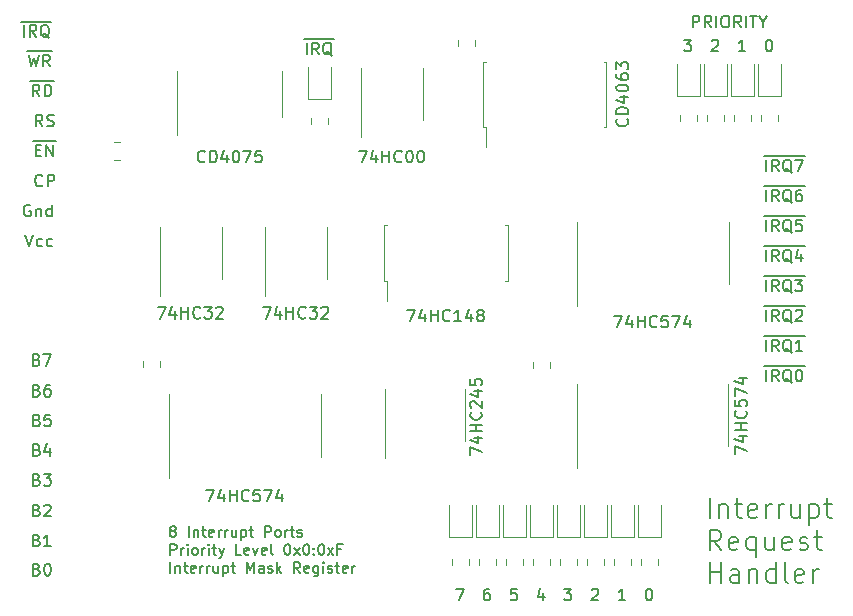
<source format=gbr>
%TF.GenerationSoftware,KiCad,Pcbnew,(6.0.0-0)*%
%TF.CreationDate,2022-10-19T23:32:27-04:00*%
%TF.ProjectId,new-interrupt-handler,6e65772d-696e-4746-9572-727570742d68,rev?*%
%TF.SameCoordinates,Original*%
%TF.FileFunction,Legend,Top*%
%TF.FilePolarity,Positive*%
%FSLAX46Y46*%
G04 Gerber Fmt 4.6, Leading zero omitted, Abs format (unit mm)*
G04 Created by KiCad (PCBNEW (6.0.0-0)) date 2022-10-19 23:32:27*
%MOMM*%
%LPD*%
G01*
G04 APERTURE LIST*
%ADD10C,0.150000*%
%ADD11C,0.120000*%
G04 APERTURE END LIST*
D10*
X96831785Y-125883142D02*
X96831785Y-124983142D01*
X97260357Y-125283142D02*
X97260357Y-125883142D01*
X97260357Y-125368857D02*
X97303214Y-125326000D01*
X97388928Y-125283142D01*
X97517500Y-125283142D01*
X97603214Y-125326000D01*
X97646071Y-125411714D01*
X97646071Y-125883142D01*
X97946071Y-125283142D02*
X98288928Y-125283142D01*
X98074642Y-124983142D02*
X98074642Y-125754571D01*
X98117500Y-125840285D01*
X98203214Y-125883142D01*
X98288928Y-125883142D01*
X98931785Y-125840285D02*
X98846071Y-125883142D01*
X98674642Y-125883142D01*
X98588928Y-125840285D01*
X98546071Y-125754571D01*
X98546071Y-125411714D01*
X98588928Y-125326000D01*
X98674642Y-125283142D01*
X98846071Y-125283142D01*
X98931785Y-125326000D01*
X98974642Y-125411714D01*
X98974642Y-125497428D01*
X98546071Y-125583142D01*
X99360357Y-125883142D02*
X99360357Y-125283142D01*
X99360357Y-125454571D02*
X99403214Y-125368857D01*
X99446071Y-125326000D01*
X99531785Y-125283142D01*
X99617500Y-125283142D01*
X99917500Y-125883142D02*
X99917500Y-125283142D01*
X99917500Y-125454571D02*
X99960357Y-125368857D01*
X100003214Y-125326000D01*
X100088928Y-125283142D01*
X100174642Y-125283142D01*
X100860357Y-125283142D02*
X100860357Y-125883142D01*
X100474642Y-125283142D02*
X100474642Y-125754571D01*
X100517500Y-125840285D01*
X100603214Y-125883142D01*
X100731785Y-125883142D01*
X100817500Y-125840285D01*
X100860357Y-125797428D01*
X101288928Y-125283142D02*
X101288928Y-126183142D01*
X101288928Y-125326000D02*
X101374642Y-125283142D01*
X101546071Y-125283142D01*
X101631785Y-125326000D01*
X101674642Y-125368857D01*
X101717500Y-125454571D01*
X101717500Y-125711714D01*
X101674642Y-125797428D01*
X101631785Y-125840285D01*
X101546071Y-125883142D01*
X101374642Y-125883142D01*
X101288928Y-125840285D01*
X101974642Y-125283142D02*
X102317500Y-125283142D01*
X102103214Y-124983142D02*
X102103214Y-125754571D01*
X102146071Y-125840285D01*
X102231785Y-125883142D01*
X102317500Y-125883142D01*
X103303214Y-125883142D02*
X103303214Y-124983142D01*
X103603214Y-125626000D01*
X103903214Y-124983142D01*
X103903214Y-125883142D01*
X104717500Y-125883142D02*
X104717500Y-125411714D01*
X104674642Y-125326000D01*
X104588928Y-125283142D01*
X104417500Y-125283142D01*
X104331785Y-125326000D01*
X104717500Y-125840285D02*
X104631785Y-125883142D01*
X104417500Y-125883142D01*
X104331785Y-125840285D01*
X104288928Y-125754571D01*
X104288928Y-125668857D01*
X104331785Y-125583142D01*
X104417500Y-125540285D01*
X104631785Y-125540285D01*
X104717500Y-125497428D01*
X105103214Y-125840285D02*
X105188928Y-125883142D01*
X105360357Y-125883142D01*
X105446071Y-125840285D01*
X105488928Y-125754571D01*
X105488928Y-125711714D01*
X105446071Y-125626000D01*
X105360357Y-125583142D01*
X105231785Y-125583142D01*
X105146071Y-125540285D01*
X105103214Y-125454571D01*
X105103214Y-125411714D01*
X105146071Y-125326000D01*
X105231785Y-125283142D01*
X105360357Y-125283142D01*
X105446071Y-125326000D01*
X105874642Y-125883142D02*
X105874642Y-124983142D01*
X105960357Y-125540285D02*
X106217500Y-125883142D01*
X106217500Y-125283142D02*
X105874642Y-125626000D01*
X107803214Y-125883142D02*
X107503214Y-125454571D01*
X107288928Y-125883142D02*
X107288928Y-124983142D01*
X107631785Y-124983142D01*
X107717500Y-125026000D01*
X107760357Y-125068857D01*
X107803214Y-125154571D01*
X107803214Y-125283142D01*
X107760357Y-125368857D01*
X107717500Y-125411714D01*
X107631785Y-125454571D01*
X107288928Y-125454571D01*
X108531785Y-125840285D02*
X108446071Y-125883142D01*
X108274642Y-125883142D01*
X108188928Y-125840285D01*
X108146071Y-125754571D01*
X108146071Y-125411714D01*
X108188928Y-125326000D01*
X108274642Y-125283142D01*
X108446071Y-125283142D01*
X108531785Y-125326000D01*
X108574642Y-125411714D01*
X108574642Y-125497428D01*
X108146071Y-125583142D01*
X109346071Y-125283142D02*
X109346071Y-126011714D01*
X109303214Y-126097428D01*
X109260357Y-126140285D01*
X109174642Y-126183142D01*
X109046071Y-126183142D01*
X108960357Y-126140285D01*
X109346071Y-125840285D02*
X109260357Y-125883142D01*
X109088928Y-125883142D01*
X109003214Y-125840285D01*
X108960357Y-125797428D01*
X108917500Y-125711714D01*
X108917500Y-125454571D01*
X108960357Y-125368857D01*
X109003214Y-125326000D01*
X109088928Y-125283142D01*
X109260357Y-125283142D01*
X109346071Y-125326000D01*
X109774642Y-125883142D02*
X109774642Y-125283142D01*
X109774642Y-124983142D02*
X109731785Y-125026000D01*
X109774642Y-125068857D01*
X109817500Y-125026000D01*
X109774642Y-124983142D01*
X109774642Y-125068857D01*
X110160357Y-125840285D02*
X110246071Y-125883142D01*
X110417500Y-125883142D01*
X110503214Y-125840285D01*
X110546071Y-125754571D01*
X110546071Y-125711714D01*
X110503214Y-125626000D01*
X110417500Y-125583142D01*
X110288928Y-125583142D01*
X110203214Y-125540285D01*
X110160357Y-125454571D01*
X110160357Y-125411714D01*
X110203214Y-125326000D01*
X110288928Y-125283142D01*
X110417500Y-125283142D01*
X110503214Y-125326000D01*
X110803214Y-125283142D02*
X111146071Y-125283142D01*
X110931785Y-124983142D02*
X110931785Y-125754571D01*
X110974642Y-125840285D01*
X111060357Y-125883142D01*
X111146071Y-125883142D01*
X111788928Y-125840285D02*
X111703214Y-125883142D01*
X111531785Y-125883142D01*
X111446071Y-125840285D01*
X111403214Y-125754571D01*
X111403214Y-125411714D01*
X111446071Y-125326000D01*
X111531785Y-125283142D01*
X111703214Y-125283142D01*
X111788928Y-125326000D01*
X111831785Y-125411714D01*
X111831785Y-125497428D01*
X111403214Y-125583142D01*
X112217500Y-125883142D02*
X112217500Y-125283142D01*
X112217500Y-125454571D02*
X112260357Y-125368857D01*
X112303214Y-125326000D01*
X112388928Y-125283142D01*
X112474642Y-125283142D01*
X135348023Y-128214380D02*
X134776595Y-128214380D01*
X135062309Y-128214380D02*
X135062309Y-127214380D01*
X134967071Y-127357238D01*
X134871833Y-127452476D01*
X134776595Y-127500095D01*
X85514928Y-120578571D02*
X85657785Y-120626190D01*
X85705404Y-120673809D01*
X85753023Y-120769047D01*
X85753023Y-120911904D01*
X85705404Y-121007142D01*
X85657785Y-121054761D01*
X85562547Y-121102380D01*
X85181595Y-121102380D01*
X85181595Y-120102380D01*
X85514928Y-120102380D01*
X85610166Y-120150000D01*
X85657785Y-120197619D01*
X85705404Y-120292857D01*
X85705404Y-120388095D01*
X85657785Y-120483333D01*
X85610166Y-120530952D01*
X85514928Y-120578571D01*
X85181595Y-120578571D01*
X86133976Y-120197619D02*
X86181595Y-120150000D01*
X86276833Y-120102380D01*
X86514928Y-120102380D01*
X86610166Y-120150000D01*
X86657785Y-120197619D01*
X86705404Y-120292857D01*
X86705404Y-120388095D01*
X86657785Y-120530952D01*
X86086357Y-121102380D01*
X86705404Y-121102380D01*
X147048309Y-105850000D02*
X147524500Y-105850000D01*
X147286404Y-107132380D02*
X147286404Y-106132380D01*
X147524500Y-105850000D02*
X148524500Y-105850000D01*
X148334023Y-107132380D02*
X148000690Y-106656190D01*
X147762595Y-107132380D02*
X147762595Y-106132380D01*
X148143547Y-106132380D01*
X148238785Y-106180000D01*
X148286404Y-106227619D01*
X148334023Y-106322857D01*
X148334023Y-106465714D01*
X148286404Y-106560952D01*
X148238785Y-106608571D01*
X148143547Y-106656190D01*
X147762595Y-106656190D01*
X148524500Y-105850000D02*
X149572119Y-105850000D01*
X149429261Y-107227619D02*
X149334023Y-107180000D01*
X149238785Y-107084761D01*
X149095928Y-106941904D01*
X149000690Y-106894285D01*
X148905452Y-106894285D01*
X148953071Y-107132380D02*
X148857833Y-107084761D01*
X148762595Y-106989523D01*
X148714976Y-106799047D01*
X148714976Y-106465714D01*
X148762595Y-106275238D01*
X148857833Y-106180000D01*
X148953071Y-106132380D01*
X149143547Y-106132380D01*
X149238785Y-106180000D01*
X149334023Y-106275238D01*
X149381642Y-106465714D01*
X149381642Y-106799047D01*
X149334023Y-106989523D01*
X149238785Y-107084761D01*
X149143547Y-107132380D01*
X148953071Y-107132380D01*
X149572119Y-105850000D02*
X150524500Y-105850000D01*
X150334023Y-107132380D02*
X149762595Y-107132380D01*
X150048309Y-107132380D02*
X150048309Y-106132380D01*
X149953071Y-106275238D01*
X149857833Y-106370476D01*
X149762595Y-106418095D01*
X147048309Y-100770000D02*
X147524500Y-100770000D01*
X147286404Y-102052380D02*
X147286404Y-101052380D01*
X147524500Y-100770000D02*
X148524500Y-100770000D01*
X148334023Y-102052380D02*
X148000690Y-101576190D01*
X147762595Y-102052380D02*
X147762595Y-101052380D01*
X148143547Y-101052380D01*
X148238785Y-101100000D01*
X148286404Y-101147619D01*
X148334023Y-101242857D01*
X148334023Y-101385714D01*
X148286404Y-101480952D01*
X148238785Y-101528571D01*
X148143547Y-101576190D01*
X147762595Y-101576190D01*
X148524500Y-100770000D02*
X149572119Y-100770000D01*
X149429261Y-102147619D02*
X149334023Y-102100000D01*
X149238785Y-102004761D01*
X149095928Y-101861904D01*
X149000690Y-101814285D01*
X148905452Y-101814285D01*
X148953071Y-102052380D02*
X148857833Y-102004761D01*
X148762595Y-101909523D01*
X148714976Y-101719047D01*
X148714976Y-101385714D01*
X148762595Y-101195238D01*
X148857833Y-101100000D01*
X148953071Y-101052380D01*
X149143547Y-101052380D01*
X149238785Y-101100000D01*
X149334023Y-101195238D01*
X149381642Y-101385714D01*
X149381642Y-101719047D01*
X149334023Y-101909523D01*
X149238785Y-102004761D01*
X149143547Y-102052380D01*
X148953071Y-102052380D01*
X149572119Y-100770000D02*
X150524500Y-100770000D01*
X149714976Y-101052380D02*
X150334023Y-101052380D01*
X150000690Y-101433333D01*
X150143547Y-101433333D01*
X150238785Y-101480952D01*
X150286404Y-101528571D01*
X150334023Y-101623809D01*
X150334023Y-101861904D01*
X150286404Y-101957142D01*
X150238785Y-102004761D01*
X150143547Y-102052380D01*
X149857833Y-102052380D01*
X149762595Y-102004761D01*
X149714976Y-101957142D01*
X147048309Y-108390000D02*
X147524500Y-108390000D01*
X147286404Y-109672380D02*
X147286404Y-108672380D01*
X147524500Y-108390000D02*
X148524500Y-108390000D01*
X148334023Y-109672380D02*
X148000690Y-109196190D01*
X147762595Y-109672380D02*
X147762595Y-108672380D01*
X148143547Y-108672380D01*
X148238785Y-108720000D01*
X148286404Y-108767619D01*
X148334023Y-108862857D01*
X148334023Y-109005714D01*
X148286404Y-109100952D01*
X148238785Y-109148571D01*
X148143547Y-109196190D01*
X147762595Y-109196190D01*
X148524500Y-108390000D02*
X149572119Y-108390000D01*
X149429261Y-109767619D02*
X149334023Y-109720000D01*
X149238785Y-109624761D01*
X149095928Y-109481904D01*
X149000690Y-109434285D01*
X148905452Y-109434285D01*
X148953071Y-109672380D02*
X148857833Y-109624761D01*
X148762595Y-109529523D01*
X148714976Y-109339047D01*
X148714976Y-109005714D01*
X148762595Y-108815238D01*
X148857833Y-108720000D01*
X148953071Y-108672380D01*
X149143547Y-108672380D01*
X149238785Y-108720000D01*
X149334023Y-108815238D01*
X149381642Y-109005714D01*
X149381642Y-109339047D01*
X149334023Y-109529523D01*
X149238785Y-109624761D01*
X149143547Y-109672380D01*
X148953071Y-109672380D01*
X149572119Y-108390000D02*
X150524500Y-108390000D01*
X150000690Y-108672380D02*
X150095928Y-108672380D01*
X150191166Y-108720000D01*
X150238785Y-108767619D01*
X150286404Y-108862857D01*
X150334023Y-109053333D01*
X150334023Y-109291428D01*
X150286404Y-109481904D01*
X150238785Y-109577142D01*
X150191166Y-109624761D01*
X150095928Y-109672380D01*
X150000690Y-109672380D01*
X149905452Y-109624761D01*
X149857833Y-109577142D01*
X149810214Y-109481904D01*
X149762595Y-109291428D01*
X149762595Y-109053333D01*
X149810214Y-108862857D01*
X149857833Y-108767619D01*
X149905452Y-108720000D01*
X150000690Y-108672380D01*
X85504928Y-107828571D02*
X85647785Y-107876190D01*
X85695404Y-107923809D01*
X85743023Y-108019047D01*
X85743023Y-108161904D01*
X85695404Y-108257142D01*
X85647785Y-108304761D01*
X85552547Y-108352380D01*
X85171595Y-108352380D01*
X85171595Y-107352380D01*
X85504928Y-107352380D01*
X85600166Y-107400000D01*
X85647785Y-107447619D01*
X85695404Y-107542857D01*
X85695404Y-107638095D01*
X85647785Y-107733333D01*
X85600166Y-107780952D01*
X85504928Y-107828571D01*
X85171595Y-107828571D01*
X86076357Y-107352380D02*
X86743023Y-107352380D01*
X86314452Y-108352380D01*
X132490595Y-127309619D02*
X132538214Y-127262000D01*
X132633452Y-127214380D01*
X132871547Y-127214380D01*
X132966785Y-127262000D01*
X133014404Y-127309619D01*
X133062023Y-127404857D01*
X133062023Y-127500095D01*
X133014404Y-127642952D01*
X132442976Y-128214380D01*
X133062023Y-128214380D01*
X85997023Y-93067142D02*
X85949404Y-93114761D01*
X85806547Y-93162380D01*
X85711309Y-93162380D01*
X85568452Y-93114761D01*
X85473214Y-93019523D01*
X85425595Y-92924285D01*
X85377976Y-92733809D01*
X85377976Y-92590952D01*
X85425595Y-92400476D01*
X85473214Y-92305238D01*
X85568452Y-92210000D01*
X85711309Y-92162380D01*
X85806547Y-92162380D01*
X85949404Y-92210000D01*
X85997023Y-92257619D01*
X86425595Y-93162380D02*
X86425595Y-92162380D01*
X86806547Y-92162380D01*
X86901785Y-92210000D01*
X86949404Y-92257619D01*
X86997023Y-92352857D01*
X86997023Y-92495714D01*
X86949404Y-92590952D01*
X86901785Y-92638571D01*
X86806547Y-92686190D01*
X86425595Y-92686190D01*
X140316976Y-80732380D02*
X140936023Y-80732380D01*
X140602690Y-81113333D01*
X140745547Y-81113333D01*
X140840785Y-81160952D01*
X140888404Y-81208571D01*
X140936023Y-81303809D01*
X140936023Y-81541904D01*
X140888404Y-81637142D01*
X140840785Y-81684761D01*
X140745547Y-81732380D01*
X140459833Y-81732380D01*
X140364595Y-81684761D01*
X140316976Y-81637142D01*
X85514928Y-123118571D02*
X85657785Y-123166190D01*
X85705404Y-123213809D01*
X85753023Y-123309047D01*
X85753023Y-123451904D01*
X85705404Y-123547142D01*
X85657785Y-123594761D01*
X85562547Y-123642380D01*
X85181595Y-123642380D01*
X85181595Y-122642380D01*
X85514928Y-122642380D01*
X85610166Y-122690000D01*
X85657785Y-122737619D01*
X85705404Y-122832857D01*
X85705404Y-122928095D01*
X85657785Y-123023333D01*
X85610166Y-123070952D01*
X85514928Y-123118571D01*
X85181595Y-123118571D01*
X86705404Y-123642380D02*
X86133976Y-123642380D01*
X86419690Y-123642380D02*
X86419690Y-122642380D01*
X86324452Y-122785238D01*
X86229214Y-122880476D01*
X86133976Y-122928095D01*
X147048309Y-98230000D02*
X147524500Y-98230000D01*
X147286404Y-99512380D02*
X147286404Y-98512380D01*
X147524500Y-98230000D02*
X148524500Y-98230000D01*
X148334023Y-99512380D02*
X148000690Y-99036190D01*
X147762595Y-99512380D02*
X147762595Y-98512380D01*
X148143547Y-98512380D01*
X148238785Y-98560000D01*
X148286404Y-98607619D01*
X148334023Y-98702857D01*
X148334023Y-98845714D01*
X148286404Y-98940952D01*
X148238785Y-98988571D01*
X148143547Y-99036190D01*
X147762595Y-99036190D01*
X148524500Y-98230000D02*
X149572119Y-98230000D01*
X149429261Y-99607619D02*
X149334023Y-99560000D01*
X149238785Y-99464761D01*
X149095928Y-99321904D01*
X149000690Y-99274285D01*
X148905452Y-99274285D01*
X148953071Y-99512380D02*
X148857833Y-99464761D01*
X148762595Y-99369523D01*
X148714976Y-99179047D01*
X148714976Y-98845714D01*
X148762595Y-98655238D01*
X148857833Y-98560000D01*
X148953071Y-98512380D01*
X149143547Y-98512380D01*
X149238785Y-98560000D01*
X149334023Y-98655238D01*
X149381642Y-98845714D01*
X149381642Y-99179047D01*
X149334023Y-99369523D01*
X149238785Y-99464761D01*
X149143547Y-99512380D01*
X148953071Y-99512380D01*
X149572119Y-98230000D02*
X150524500Y-98230000D01*
X150238785Y-98845714D02*
X150238785Y-99512380D01*
X150000690Y-98464761D02*
X149762595Y-99179047D01*
X150381642Y-99179047D01*
X84197500Y-79200000D02*
X84673690Y-79200000D01*
X84435595Y-80482380D02*
X84435595Y-79482380D01*
X84673690Y-79200000D02*
X85673690Y-79200000D01*
X85483214Y-80482380D02*
X85149880Y-80006190D01*
X84911785Y-80482380D02*
X84911785Y-79482380D01*
X85292738Y-79482380D01*
X85387976Y-79530000D01*
X85435595Y-79577619D01*
X85483214Y-79672857D01*
X85483214Y-79815714D01*
X85435595Y-79910952D01*
X85387976Y-79958571D01*
X85292738Y-80006190D01*
X84911785Y-80006190D01*
X85673690Y-79200000D02*
X86721309Y-79200000D01*
X86578452Y-80577619D02*
X86483214Y-80530000D01*
X86387976Y-80434761D01*
X86245119Y-80291904D01*
X86149880Y-80244285D01*
X86054642Y-80244285D01*
X86102261Y-80482380D02*
X86007023Y-80434761D01*
X85911785Y-80339523D01*
X85864166Y-80149047D01*
X85864166Y-79815714D01*
X85911785Y-79625238D01*
X86007023Y-79530000D01*
X86102261Y-79482380D01*
X86292738Y-79482380D01*
X86387976Y-79530000D01*
X86483214Y-79625238D01*
X86530833Y-79815714D01*
X86530833Y-80149047D01*
X86483214Y-80339523D01*
X86387976Y-80434761D01*
X86292738Y-80482380D01*
X86102261Y-80482380D01*
X123822785Y-127214380D02*
X123632309Y-127214380D01*
X123537071Y-127262000D01*
X123489452Y-127309619D01*
X123394214Y-127452476D01*
X123346595Y-127642952D01*
X123346595Y-128023904D01*
X123394214Y-128119142D01*
X123441833Y-128166761D01*
X123537071Y-128214380D01*
X123727547Y-128214380D01*
X123822785Y-128166761D01*
X123870404Y-128119142D01*
X123918023Y-128023904D01*
X123918023Y-127785809D01*
X123870404Y-127690571D01*
X123822785Y-127642952D01*
X123727547Y-127595333D01*
X123537071Y-127595333D01*
X123441833Y-127642952D01*
X123394214Y-127690571D01*
X123346595Y-127785809D01*
X84548309Y-97242380D02*
X84881642Y-98242380D01*
X85214976Y-97242380D01*
X85976880Y-98194761D02*
X85881642Y-98242380D01*
X85691166Y-98242380D01*
X85595928Y-98194761D01*
X85548309Y-98147142D01*
X85500690Y-98051904D01*
X85500690Y-97766190D01*
X85548309Y-97670952D01*
X85595928Y-97623333D01*
X85691166Y-97575714D01*
X85881642Y-97575714D01*
X85976880Y-97623333D01*
X86834023Y-98194761D02*
X86738785Y-98242380D01*
X86548309Y-98242380D01*
X86453071Y-98194761D01*
X86405452Y-98147142D01*
X86357833Y-98051904D01*
X86357833Y-97766190D01*
X86405452Y-97670952D01*
X86453071Y-97623333D01*
X86548309Y-97575714D01*
X86738785Y-97575714D01*
X86834023Y-97623333D01*
X147048309Y-95690000D02*
X147524500Y-95690000D01*
X147286404Y-96972380D02*
X147286404Y-95972380D01*
X147524500Y-95690000D02*
X148524500Y-95690000D01*
X148334023Y-96972380D02*
X148000690Y-96496190D01*
X147762595Y-96972380D02*
X147762595Y-95972380D01*
X148143547Y-95972380D01*
X148238785Y-96020000D01*
X148286404Y-96067619D01*
X148334023Y-96162857D01*
X148334023Y-96305714D01*
X148286404Y-96400952D01*
X148238785Y-96448571D01*
X148143547Y-96496190D01*
X147762595Y-96496190D01*
X148524500Y-95690000D02*
X149572119Y-95690000D01*
X149429261Y-97067619D02*
X149334023Y-97020000D01*
X149238785Y-96924761D01*
X149095928Y-96781904D01*
X149000690Y-96734285D01*
X148905452Y-96734285D01*
X148953071Y-96972380D02*
X148857833Y-96924761D01*
X148762595Y-96829523D01*
X148714976Y-96639047D01*
X148714976Y-96305714D01*
X148762595Y-96115238D01*
X148857833Y-96020000D01*
X148953071Y-95972380D01*
X149143547Y-95972380D01*
X149238785Y-96020000D01*
X149334023Y-96115238D01*
X149381642Y-96305714D01*
X149381642Y-96639047D01*
X149334023Y-96829523D01*
X149238785Y-96924761D01*
X149143547Y-96972380D01*
X148953071Y-96972380D01*
X149572119Y-95690000D02*
X150524500Y-95690000D01*
X150286404Y-95972380D02*
X149810214Y-95972380D01*
X149762595Y-96448571D01*
X149810214Y-96400952D01*
X149905452Y-96353333D01*
X150143547Y-96353333D01*
X150238785Y-96400952D01*
X150286404Y-96448571D01*
X150334023Y-96543809D01*
X150334023Y-96781904D01*
X150286404Y-96877142D01*
X150238785Y-96924761D01*
X150143547Y-96972380D01*
X149905452Y-96972380D01*
X149810214Y-96924761D01*
X149762595Y-96877142D01*
X84976880Y-94750000D02*
X84881642Y-94702380D01*
X84738785Y-94702380D01*
X84595928Y-94750000D01*
X84500690Y-94845238D01*
X84453071Y-94940476D01*
X84405452Y-95130952D01*
X84405452Y-95273809D01*
X84453071Y-95464285D01*
X84500690Y-95559523D01*
X84595928Y-95654761D01*
X84738785Y-95702380D01*
X84834023Y-95702380D01*
X84976880Y-95654761D01*
X85024500Y-95607142D01*
X85024500Y-95273809D01*
X84834023Y-95273809D01*
X85453071Y-95035714D02*
X85453071Y-95702380D01*
X85453071Y-95130952D02*
X85500690Y-95083333D01*
X85595928Y-95035714D01*
X85738785Y-95035714D01*
X85834023Y-95083333D01*
X85881642Y-95178571D01*
X85881642Y-95702380D01*
X86786404Y-95702380D02*
X86786404Y-94702380D01*
X86786404Y-95654761D02*
X86691166Y-95702380D01*
X86500690Y-95702380D01*
X86405452Y-95654761D01*
X86357833Y-95607142D01*
X86310214Y-95511904D01*
X86310214Y-95226190D01*
X86357833Y-95130952D01*
X86405452Y-95083333D01*
X86500690Y-95035714D01*
X86691166Y-95035714D01*
X86786404Y-95083333D01*
X121012976Y-127214380D02*
X121679642Y-127214380D01*
X121251071Y-128214380D01*
X85514928Y-125588571D02*
X85657785Y-125636190D01*
X85705404Y-125683809D01*
X85753023Y-125779047D01*
X85753023Y-125921904D01*
X85705404Y-126017142D01*
X85657785Y-126064761D01*
X85562547Y-126112380D01*
X85181595Y-126112380D01*
X85181595Y-125112380D01*
X85514928Y-125112380D01*
X85610166Y-125160000D01*
X85657785Y-125207619D01*
X85705404Y-125302857D01*
X85705404Y-125398095D01*
X85657785Y-125493333D01*
X85610166Y-125540952D01*
X85514928Y-125588571D01*
X85181595Y-125588571D01*
X86372071Y-125112380D02*
X86467309Y-125112380D01*
X86562547Y-125160000D01*
X86610166Y-125207619D01*
X86657785Y-125302857D01*
X86705404Y-125493333D01*
X86705404Y-125731428D01*
X86657785Y-125921904D01*
X86610166Y-126017142D01*
X86562547Y-126064761D01*
X86467309Y-126112380D01*
X86372071Y-126112380D01*
X86276833Y-126064761D01*
X86229214Y-126017142D01*
X86181595Y-125921904D01*
X86133976Y-125731428D01*
X86133976Y-125493333D01*
X86181595Y-125302857D01*
X86229214Y-125207619D01*
X86276833Y-125160000D01*
X86372071Y-125112380D01*
X147048309Y-93150000D02*
X147524500Y-93150000D01*
X147286404Y-94432380D02*
X147286404Y-93432380D01*
X147524500Y-93150000D02*
X148524500Y-93150000D01*
X148334023Y-94432380D02*
X148000690Y-93956190D01*
X147762595Y-94432380D02*
X147762595Y-93432380D01*
X148143547Y-93432380D01*
X148238785Y-93480000D01*
X148286404Y-93527619D01*
X148334023Y-93622857D01*
X148334023Y-93765714D01*
X148286404Y-93860952D01*
X148238785Y-93908571D01*
X148143547Y-93956190D01*
X147762595Y-93956190D01*
X148524500Y-93150000D02*
X149572119Y-93150000D01*
X149429261Y-94527619D02*
X149334023Y-94480000D01*
X149238785Y-94384761D01*
X149095928Y-94241904D01*
X149000690Y-94194285D01*
X148905452Y-94194285D01*
X148953071Y-94432380D02*
X148857833Y-94384761D01*
X148762595Y-94289523D01*
X148714976Y-94099047D01*
X148714976Y-93765714D01*
X148762595Y-93575238D01*
X148857833Y-93480000D01*
X148953071Y-93432380D01*
X149143547Y-93432380D01*
X149238785Y-93480000D01*
X149334023Y-93575238D01*
X149381642Y-93765714D01*
X149381642Y-94099047D01*
X149334023Y-94289523D01*
X149238785Y-94384761D01*
X149143547Y-94432380D01*
X148953071Y-94432380D01*
X149572119Y-93150000D02*
X150524500Y-93150000D01*
X150238785Y-93432380D02*
X150048309Y-93432380D01*
X149953071Y-93480000D01*
X149905452Y-93527619D01*
X149810214Y-93670476D01*
X149762595Y-93860952D01*
X149762595Y-94241904D01*
X149810214Y-94337142D01*
X149857833Y-94384761D01*
X149953071Y-94432380D01*
X150143547Y-94432380D01*
X150238785Y-94384761D01*
X150286404Y-94337142D01*
X150334023Y-94241904D01*
X150334023Y-94003809D01*
X150286404Y-93908571D01*
X150238785Y-93860952D01*
X150143547Y-93813333D01*
X149953071Y-93813333D01*
X149857833Y-93860952D01*
X149810214Y-93908571D01*
X149762595Y-94003809D01*
X137300690Y-127214380D02*
X137395928Y-127214380D01*
X137491166Y-127262000D01*
X137538785Y-127309619D01*
X137586404Y-127404857D01*
X137634023Y-127595333D01*
X137634023Y-127833428D01*
X137586404Y-128023904D01*
X137538785Y-128119142D01*
X137491166Y-128166761D01*
X137395928Y-128214380D01*
X137300690Y-128214380D01*
X137205452Y-128166761D01*
X137157833Y-128119142D01*
X137110214Y-128023904D01*
X137062595Y-127833428D01*
X137062595Y-127595333D01*
X137110214Y-127404857D01*
X137157833Y-127309619D01*
X137205452Y-127262000D01*
X137300690Y-127214380D01*
X142650595Y-80827619D02*
X142698214Y-80780000D01*
X142793452Y-80732380D01*
X143031547Y-80732380D01*
X143126785Y-80780000D01*
X143174404Y-80827619D01*
X143222023Y-80922857D01*
X143222023Y-81018095D01*
X143174404Y-81160952D01*
X142602976Y-81732380D01*
X143222023Y-81732380D01*
X142488261Y-121222047D02*
X142488261Y-119522047D01*
X143297785Y-120088714D02*
X143297785Y-121222047D01*
X143297785Y-120250619D02*
X143378738Y-120169666D01*
X143540642Y-120088714D01*
X143783500Y-120088714D01*
X143945404Y-120169666D01*
X144026357Y-120331571D01*
X144026357Y-121222047D01*
X144593023Y-120088714D02*
X145240642Y-120088714D01*
X144835880Y-119522047D02*
X144835880Y-120979190D01*
X144916833Y-121141095D01*
X145078738Y-121222047D01*
X145240642Y-121222047D01*
X146454928Y-121141095D02*
X146293023Y-121222047D01*
X145969214Y-121222047D01*
X145807309Y-121141095D01*
X145726357Y-120979190D01*
X145726357Y-120331571D01*
X145807309Y-120169666D01*
X145969214Y-120088714D01*
X146293023Y-120088714D01*
X146454928Y-120169666D01*
X146535880Y-120331571D01*
X146535880Y-120493476D01*
X145726357Y-120655380D01*
X147264452Y-121222047D02*
X147264452Y-120088714D01*
X147264452Y-120412523D02*
X147345404Y-120250619D01*
X147426357Y-120169666D01*
X147588261Y-120088714D01*
X147750166Y-120088714D01*
X148316833Y-121222047D02*
X148316833Y-120088714D01*
X148316833Y-120412523D02*
X148397785Y-120250619D01*
X148478738Y-120169666D01*
X148640642Y-120088714D01*
X148802547Y-120088714D01*
X150097785Y-120088714D02*
X150097785Y-121222047D01*
X149369214Y-120088714D02*
X149369214Y-120979190D01*
X149450166Y-121141095D01*
X149612071Y-121222047D01*
X149854928Y-121222047D01*
X150016833Y-121141095D01*
X150097785Y-121060142D01*
X150907309Y-120088714D02*
X150907309Y-121788714D01*
X150907309Y-120169666D02*
X151069214Y-120088714D01*
X151393023Y-120088714D01*
X151554928Y-120169666D01*
X151635880Y-120250619D01*
X151716833Y-120412523D01*
X151716833Y-120898238D01*
X151635880Y-121060142D01*
X151554928Y-121141095D01*
X151393023Y-121222047D01*
X151069214Y-121222047D01*
X150907309Y-121141095D01*
X152202547Y-120088714D02*
X152850166Y-120088714D01*
X152445404Y-119522047D02*
X152445404Y-120979190D01*
X152526357Y-121141095D01*
X152688261Y-121222047D01*
X152850166Y-121222047D01*
X143459690Y-123959047D02*
X142893023Y-123149523D01*
X142488261Y-123959047D02*
X142488261Y-122259047D01*
X143135880Y-122259047D01*
X143297785Y-122340000D01*
X143378738Y-122420952D01*
X143459690Y-122582857D01*
X143459690Y-122825714D01*
X143378738Y-122987619D01*
X143297785Y-123068571D01*
X143135880Y-123149523D01*
X142488261Y-123149523D01*
X144835880Y-123878095D02*
X144673976Y-123959047D01*
X144350166Y-123959047D01*
X144188261Y-123878095D01*
X144107309Y-123716190D01*
X144107309Y-123068571D01*
X144188261Y-122906666D01*
X144350166Y-122825714D01*
X144673976Y-122825714D01*
X144835880Y-122906666D01*
X144916833Y-123068571D01*
X144916833Y-123230476D01*
X144107309Y-123392380D01*
X146373976Y-122825714D02*
X146373976Y-124525714D01*
X146373976Y-123878095D02*
X146212071Y-123959047D01*
X145888261Y-123959047D01*
X145726357Y-123878095D01*
X145645404Y-123797142D01*
X145564452Y-123635238D01*
X145564452Y-123149523D01*
X145645404Y-122987619D01*
X145726357Y-122906666D01*
X145888261Y-122825714D01*
X146212071Y-122825714D01*
X146373976Y-122906666D01*
X147912071Y-122825714D02*
X147912071Y-123959047D01*
X147183500Y-122825714D02*
X147183500Y-123716190D01*
X147264452Y-123878095D01*
X147426357Y-123959047D01*
X147669214Y-123959047D01*
X147831119Y-123878095D01*
X147912071Y-123797142D01*
X149369214Y-123878095D02*
X149207309Y-123959047D01*
X148883500Y-123959047D01*
X148721595Y-123878095D01*
X148640642Y-123716190D01*
X148640642Y-123068571D01*
X148721595Y-122906666D01*
X148883500Y-122825714D01*
X149207309Y-122825714D01*
X149369214Y-122906666D01*
X149450166Y-123068571D01*
X149450166Y-123230476D01*
X148640642Y-123392380D01*
X150097785Y-123878095D02*
X150259690Y-123959047D01*
X150583500Y-123959047D01*
X150745404Y-123878095D01*
X150826357Y-123716190D01*
X150826357Y-123635238D01*
X150745404Y-123473333D01*
X150583500Y-123392380D01*
X150340642Y-123392380D01*
X150178738Y-123311428D01*
X150097785Y-123149523D01*
X150097785Y-123068571D01*
X150178738Y-122906666D01*
X150340642Y-122825714D01*
X150583500Y-122825714D01*
X150745404Y-122906666D01*
X151312071Y-122825714D02*
X151959690Y-122825714D01*
X151554928Y-122259047D02*
X151554928Y-123716190D01*
X151635880Y-123878095D01*
X151797785Y-123959047D01*
X151959690Y-123959047D01*
X142488261Y-126696047D02*
X142488261Y-124996047D01*
X142488261Y-125805571D02*
X143459690Y-125805571D01*
X143459690Y-126696047D02*
X143459690Y-124996047D01*
X144997785Y-126696047D02*
X144997785Y-125805571D01*
X144916833Y-125643666D01*
X144754928Y-125562714D01*
X144431119Y-125562714D01*
X144269214Y-125643666D01*
X144997785Y-126615095D02*
X144835880Y-126696047D01*
X144431119Y-126696047D01*
X144269214Y-126615095D01*
X144188261Y-126453190D01*
X144188261Y-126291285D01*
X144269214Y-126129380D01*
X144431119Y-126048428D01*
X144835880Y-126048428D01*
X144997785Y-125967476D01*
X145807309Y-125562714D02*
X145807309Y-126696047D01*
X145807309Y-125724619D02*
X145888261Y-125643666D01*
X146050166Y-125562714D01*
X146293023Y-125562714D01*
X146454928Y-125643666D01*
X146535880Y-125805571D01*
X146535880Y-126696047D01*
X148073976Y-126696047D02*
X148073976Y-124996047D01*
X148073976Y-126615095D02*
X147912071Y-126696047D01*
X147588261Y-126696047D01*
X147426357Y-126615095D01*
X147345404Y-126534142D01*
X147264452Y-126372238D01*
X147264452Y-125886523D01*
X147345404Y-125724619D01*
X147426357Y-125643666D01*
X147588261Y-125562714D01*
X147912071Y-125562714D01*
X148073976Y-125643666D01*
X149126357Y-126696047D02*
X148964452Y-126615095D01*
X148883500Y-126453190D01*
X148883500Y-124996047D01*
X150421595Y-126615095D02*
X150259690Y-126696047D01*
X149935880Y-126696047D01*
X149773976Y-126615095D01*
X149693023Y-126453190D01*
X149693023Y-125805571D01*
X149773976Y-125643666D01*
X149935880Y-125562714D01*
X150259690Y-125562714D01*
X150421595Y-125643666D01*
X150502547Y-125805571D01*
X150502547Y-125967476D01*
X149693023Y-126129380D01*
X151231119Y-126696047D02*
X151231119Y-125562714D01*
X151231119Y-125886523D02*
X151312071Y-125724619D01*
X151393023Y-125643666D01*
X151554928Y-125562714D01*
X151716833Y-125562714D01*
X85514928Y-110428571D02*
X85657785Y-110476190D01*
X85705404Y-110523809D01*
X85753023Y-110619047D01*
X85753023Y-110761904D01*
X85705404Y-110857142D01*
X85657785Y-110904761D01*
X85562547Y-110952380D01*
X85181595Y-110952380D01*
X85181595Y-109952380D01*
X85514928Y-109952380D01*
X85610166Y-110000000D01*
X85657785Y-110047619D01*
X85705404Y-110142857D01*
X85705404Y-110238095D01*
X85657785Y-110333333D01*
X85610166Y-110380952D01*
X85514928Y-110428571D01*
X85181595Y-110428571D01*
X86610166Y-109952380D02*
X86419690Y-109952380D01*
X86324452Y-110000000D01*
X86276833Y-110047619D01*
X86181595Y-110190476D01*
X86133976Y-110380952D01*
X86133976Y-110761904D01*
X86181595Y-110857142D01*
X86229214Y-110904761D01*
X86324452Y-110952380D01*
X86514928Y-110952380D01*
X86610166Y-110904761D01*
X86657785Y-110857142D01*
X86705404Y-110761904D01*
X86705404Y-110523809D01*
X86657785Y-110428571D01*
X86610166Y-110380952D01*
X86514928Y-110333333D01*
X86324452Y-110333333D01*
X86229214Y-110380952D01*
X86181595Y-110428571D01*
X86133976Y-110523809D01*
X145508023Y-81732380D02*
X144936595Y-81732380D01*
X145222309Y-81732380D02*
X145222309Y-80732380D01*
X145127071Y-80875238D01*
X145031833Y-80970476D01*
X144936595Y-81018095D01*
X85514928Y-117978571D02*
X85657785Y-118026190D01*
X85705404Y-118073809D01*
X85753023Y-118169047D01*
X85753023Y-118311904D01*
X85705404Y-118407142D01*
X85657785Y-118454761D01*
X85562547Y-118502380D01*
X85181595Y-118502380D01*
X85181595Y-117502380D01*
X85514928Y-117502380D01*
X85610166Y-117550000D01*
X85657785Y-117597619D01*
X85705404Y-117692857D01*
X85705404Y-117788095D01*
X85657785Y-117883333D01*
X85610166Y-117930952D01*
X85514928Y-117978571D01*
X85181595Y-117978571D01*
X86086357Y-117502380D02*
X86705404Y-117502380D01*
X86372071Y-117883333D01*
X86514928Y-117883333D01*
X86610166Y-117930952D01*
X86657785Y-117978571D01*
X86705404Y-118073809D01*
X86705404Y-118311904D01*
X86657785Y-118407142D01*
X86610166Y-118454761D01*
X86514928Y-118502380D01*
X86229214Y-118502380D01*
X86133976Y-118454761D01*
X86086357Y-118407142D01*
X141051595Y-79700380D02*
X141051595Y-78700380D01*
X141432547Y-78700380D01*
X141527785Y-78748000D01*
X141575404Y-78795619D01*
X141623023Y-78890857D01*
X141623023Y-79033714D01*
X141575404Y-79128952D01*
X141527785Y-79176571D01*
X141432547Y-79224190D01*
X141051595Y-79224190D01*
X142623023Y-79700380D02*
X142289690Y-79224190D01*
X142051595Y-79700380D02*
X142051595Y-78700380D01*
X142432547Y-78700380D01*
X142527785Y-78748000D01*
X142575404Y-78795619D01*
X142623023Y-78890857D01*
X142623023Y-79033714D01*
X142575404Y-79128952D01*
X142527785Y-79176571D01*
X142432547Y-79224190D01*
X142051595Y-79224190D01*
X143051595Y-79700380D02*
X143051595Y-78700380D01*
X143718261Y-78700380D02*
X143908738Y-78700380D01*
X144003976Y-78748000D01*
X144099214Y-78843238D01*
X144146833Y-79033714D01*
X144146833Y-79367047D01*
X144099214Y-79557523D01*
X144003976Y-79652761D01*
X143908738Y-79700380D01*
X143718261Y-79700380D01*
X143623023Y-79652761D01*
X143527785Y-79557523D01*
X143480166Y-79367047D01*
X143480166Y-79033714D01*
X143527785Y-78843238D01*
X143623023Y-78748000D01*
X143718261Y-78700380D01*
X145146833Y-79700380D02*
X144813500Y-79224190D01*
X144575404Y-79700380D02*
X144575404Y-78700380D01*
X144956357Y-78700380D01*
X145051595Y-78748000D01*
X145099214Y-78795619D01*
X145146833Y-78890857D01*
X145146833Y-79033714D01*
X145099214Y-79128952D01*
X145051595Y-79176571D01*
X144956357Y-79224190D01*
X144575404Y-79224190D01*
X145575404Y-79700380D02*
X145575404Y-78700380D01*
X145908738Y-78700380D02*
X146480166Y-78700380D01*
X146194452Y-79700380D02*
X146194452Y-78700380D01*
X147003976Y-79224190D02*
X147003976Y-79700380D01*
X146670642Y-78700380D02*
X147003976Y-79224190D01*
X147337309Y-78700380D01*
X147460690Y-80732380D02*
X147555928Y-80732380D01*
X147651166Y-80780000D01*
X147698785Y-80827619D01*
X147746404Y-80922857D01*
X147794023Y-81113333D01*
X147794023Y-81351428D01*
X147746404Y-81541904D01*
X147698785Y-81637142D01*
X147651166Y-81684761D01*
X147555928Y-81732380D01*
X147460690Y-81732380D01*
X147365452Y-81684761D01*
X147317833Y-81637142D01*
X147270214Y-81541904D01*
X147222595Y-81351428D01*
X147222595Y-81113333D01*
X147270214Y-80922857D01*
X147317833Y-80827619D01*
X147365452Y-80780000D01*
X147460690Y-80732380D01*
X85522928Y-115448571D02*
X85665785Y-115496190D01*
X85713404Y-115543809D01*
X85761023Y-115639047D01*
X85761023Y-115781904D01*
X85713404Y-115877142D01*
X85665785Y-115924761D01*
X85570547Y-115972380D01*
X85189595Y-115972380D01*
X85189595Y-114972380D01*
X85522928Y-114972380D01*
X85618166Y-115020000D01*
X85665785Y-115067619D01*
X85713404Y-115162857D01*
X85713404Y-115258095D01*
X85665785Y-115353333D01*
X85618166Y-115400952D01*
X85522928Y-115448571D01*
X85189595Y-115448571D01*
X86618166Y-115305714D02*
X86618166Y-115972380D01*
X86380071Y-114924761D02*
X86141976Y-115639047D01*
X86761023Y-115639047D01*
X147048309Y-103310000D02*
X147524500Y-103310000D01*
X147286404Y-104592380D02*
X147286404Y-103592380D01*
X147524500Y-103310000D02*
X148524500Y-103310000D01*
X148334023Y-104592380D02*
X148000690Y-104116190D01*
X147762595Y-104592380D02*
X147762595Y-103592380D01*
X148143547Y-103592380D01*
X148238785Y-103640000D01*
X148286404Y-103687619D01*
X148334023Y-103782857D01*
X148334023Y-103925714D01*
X148286404Y-104020952D01*
X148238785Y-104068571D01*
X148143547Y-104116190D01*
X147762595Y-104116190D01*
X148524500Y-103310000D02*
X149572119Y-103310000D01*
X149429261Y-104687619D02*
X149334023Y-104640000D01*
X149238785Y-104544761D01*
X149095928Y-104401904D01*
X149000690Y-104354285D01*
X148905452Y-104354285D01*
X148953071Y-104592380D02*
X148857833Y-104544761D01*
X148762595Y-104449523D01*
X148714976Y-104259047D01*
X148714976Y-103925714D01*
X148762595Y-103735238D01*
X148857833Y-103640000D01*
X148953071Y-103592380D01*
X149143547Y-103592380D01*
X149238785Y-103640000D01*
X149334023Y-103735238D01*
X149381642Y-103925714D01*
X149381642Y-104259047D01*
X149334023Y-104449523D01*
X149238785Y-104544761D01*
X149143547Y-104592380D01*
X148953071Y-104592380D01*
X149572119Y-103310000D02*
X150524500Y-103310000D01*
X149762595Y-103687619D02*
X149810214Y-103640000D01*
X149905452Y-103592380D01*
X150143547Y-103592380D01*
X150238785Y-103640000D01*
X150286404Y-103687619D01*
X150334023Y-103782857D01*
X150334023Y-103878095D01*
X150286404Y-104020952D01*
X149714976Y-104592380D01*
X150334023Y-104592380D01*
X84679500Y-81720000D02*
X85822357Y-81720000D01*
X84822357Y-82002380D02*
X85060452Y-83002380D01*
X85250928Y-82288095D01*
X85441404Y-83002380D01*
X85679500Y-82002380D01*
X85822357Y-81720000D02*
X86822357Y-81720000D01*
X86631880Y-83002380D02*
X86298547Y-82526190D01*
X86060452Y-83002380D02*
X86060452Y-82002380D01*
X86441404Y-82002380D01*
X86536642Y-82050000D01*
X86584261Y-82097619D01*
X86631880Y-82192857D01*
X86631880Y-82335714D01*
X86584261Y-82430952D01*
X86536642Y-82478571D01*
X86441404Y-82526190D01*
X86060452Y-82526190D01*
X126156404Y-127214380D02*
X125680214Y-127214380D01*
X125632595Y-127690571D01*
X125680214Y-127642952D01*
X125775452Y-127595333D01*
X126013547Y-127595333D01*
X126108785Y-127642952D01*
X126156404Y-127690571D01*
X126204023Y-127785809D01*
X126204023Y-128023904D01*
X126156404Y-128119142D01*
X126108785Y-128166761D01*
X126013547Y-128214380D01*
X125775452Y-128214380D01*
X125680214Y-128166761D01*
X125632595Y-128119142D01*
X130156976Y-127214380D02*
X130776023Y-127214380D01*
X130442690Y-127595333D01*
X130585547Y-127595333D01*
X130680785Y-127642952D01*
X130728404Y-127690571D01*
X130776023Y-127785809D01*
X130776023Y-128023904D01*
X130728404Y-128119142D01*
X130680785Y-128166761D01*
X130585547Y-128214380D01*
X130299833Y-128214380D01*
X130204595Y-128166761D01*
X130156976Y-128119142D01*
X96831785Y-124359142D02*
X96831785Y-123459142D01*
X97174642Y-123459142D01*
X97260357Y-123502000D01*
X97303214Y-123544857D01*
X97346071Y-123630571D01*
X97346071Y-123759142D01*
X97303214Y-123844857D01*
X97260357Y-123887714D01*
X97174642Y-123930571D01*
X96831785Y-123930571D01*
X97731785Y-124359142D02*
X97731785Y-123759142D01*
X97731785Y-123930571D02*
X97774642Y-123844857D01*
X97817500Y-123802000D01*
X97903214Y-123759142D01*
X97988928Y-123759142D01*
X98288928Y-124359142D02*
X98288928Y-123759142D01*
X98288928Y-123459142D02*
X98246071Y-123502000D01*
X98288928Y-123544857D01*
X98331785Y-123502000D01*
X98288928Y-123459142D01*
X98288928Y-123544857D01*
X98846071Y-124359142D02*
X98760357Y-124316285D01*
X98717500Y-124273428D01*
X98674642Y-124187714D01*
X98674642Y-123930571D01*
X98717500Y-123844857D01*
X98760357Y-123802000D01*
X98846071Y-123759142D01*
X98974642Y-123759142D01*
X99060357Y-123802000D01*
X99103214Y-123844857D01*
X99146071Y-123930571D01*
X99146071Y-124187714D01*
X99103214Y-124273428D01*
X99060357Y-124316285D01*
X98974642Y-124359142D01*
X98846071Y-124359142D01*
X99531785Y-124359142D02*
X99531785Y-123759142D01*
X99531785Y-123930571D02*
X99574642Y-123844857D01*
X99617500Y-123802000D01*
X99703214Y-123759142D01*
X99788928Y-123759142D01*
X100088928Y-124359142D02*
X100088928Y-123759142D01*
X100088928Y-123459142D02*
X100046071Y-123502000D01*
X100088928Y-123544857D01*
X100131785Y-123502000D01*
X100088928Y-123459142D01*
X100088928Y-123544857D01*
X100388928Y-123759142D02*
X100731785Y-123759142D01*
X100517500Y-123459142D02*
X100517500Y-124230571D01*
X100560357Y-124316285D01*
X100646071Y-124359142D01*
X100731785Y-124359142D01*
X100946071Y-123759142D02*
X101160357Y-124359142D01*
X101374642Y-123759142D02*
X101160357Y-124359142D01*
X101074642Y-124573428D01*
X101031785Y-124616285D01*
X100946071Y-124659142D01*
X102831785Y-124359142D02*
X102403214Y-124359142D01*
X102403214Y-123459142D01*
X103474642Y-124316285D02*
X103388928Y-124359142D01*
X103217500Y-124359142D01*
X103131785Y-124316285D01*
X103088928Y-124230571D01*
X103088928Y-123887714D01*
X103131785Y-123802000D01*
X103217500Y-123759142D01*
X103388928Y-123759142D01*
X103474642Y-123802000D01*
X103517500Y-123887714D01*
X103517500Y-123973428D01*
X103088928Y-124059142D01*
X103817500Y-123759142D02*
X104031785Y-124359142D01*
X104246071Y-123759142D01*
X104931785Y-124316285D02*
X104846071Y-124359142D01*
X104674642Y-124359142D01*
X104588928Y-124316285D01*
X104546071Y-124230571D01*
X104546071Y-123887714D01*
X104588928Y-123802000D01*
X104674642Y-123759142D01*
X104846071Y-123759142D01*
X104931785Y-123802000D01*
X104974642Y-123887714D01*
X104974642Y-123973428D01*
X104546071Y-124059142D01*
X105488928Y-124359142D02*
X105403214Y-124316285D01*
X105360357Y-124230571D01*
X105360357Y-123459142D01*
X106688928Y-123459142D02*
X106774642Y-123459142D01*
X106860357Y-123502000D01*
X106903214Y-123544857D01*
X106946071Y-123630571D01*
X106988928Y-123802000D01*
X106988928Y-124016285D01*
X106946071Y-124187714D01*
X106903214Y-124273428D01*
X106860357Y-124316285D01*
X106774642Y-124359142D01*
X106688928Y-124359142D01*
X106603214Y-124316285D01*
X106560357Y-124273428D01*
X106517500Y-124187714D01*
X106474642Y-124016285D01*
X106474642Y-123802000D01*
X106517500Y-123630571D01*
X106560357Y-123544857D01*
X106603214Y-123502000D01*
X106688928Y-123459142D01*
X107288928Y-124359142D02*
X107760357Y-123759142D01*
X107288928Y-123759142D02*
X107760357Y-124359142D01*
X108274642Y-123459142D02*
X108360357Y-123459142D01*
X108446071Y-123502000D01*
X108488928Y-123544857D01*
X108531785Y-123630571D01*
X108574642Y-123802000D01*
X108574642Y-124016285D01*
X108531785Y-124187714D01*
X108488928Y-124273428D01*
X108446071Y-124316285D01*
X108360357Y-124359142D01*
X108274642Y-124359142D01*
X108188928Y-124316285D01*
X108146071Y-124273428D01*
X108103214Y-124187714D01*
X108060357Y-124016285D01*
X108060357Y-123802000D01*
X108103214Y-123630571D01*
X108146071Y-123544857D01*
X108188928Y-123502000D01*
X108274642Y-123459142D01*
X108960357Y-124273428D02*
X109003214Y-124316285D01*
X108960357Y-124359142D01*
X108917500Y-124316285D01*
X108960357Y-124273428D01*
X108960357Y-124359142D01*
X108960357Y-123802000D02*
X109003214Y-123844857D01*
X108960357Y-123887714D01*
X108917500Y-123844857D01*
X108960357Y-123802000D01*
X108960357Y-123887714D01*
X109560357Y-123459142D02*
X109646071Y-123459142D01*
X109731785Y-123502000D01*
X109774642Y-123544857D01*
X109817500Y-123630571D01*
X109860357Y-123802000D01*
X109860357Y-124016285D01*
X109817500Y-124187714D01*
X109774642Y-124273428D01*
X109731785Y-124316285D01*
X109646071Y-124359142D01*
X109560357Y-124359142D01*
X109474642Y-124316285D01*
X109431785Y-124273428D01*
X109388928Y-124187714D01*
X109346071Y-124016285D01*
X109346071Y-123802000D01*
X109388928Y-123630571D01*
X109431785Y-123544857D01*
X109474642Y-123502000D01*
X109560357Y-123459142D01*
X110160357Y-124359142D02*
X110631785Y-123759142D01*
X110160357Y-123759142D02*
X110631785Y-124359142D01*
X111274642Y-123887714D02*
X110974642Y-123887714D01*
X110974642Y-124359142D02*
X110974642Y-123459142D01*
X111403214Y-123459142D01*
X84933500Y-84260000D02*
X85933500Y-84260000D01*
X85743023Y-85542380D02*
X85409690Y-85066190D01*
X85171595Y-85542380D02*
X85171595Y-84542380D01*
X85552547Y-84542380D01*
X85647785Y-84590000D01*
X85695404Y-84637619D01*
X85743023Y-84732857D01*
X85743023Y-84875714D01*
X85695404Y-84970952D01*
X85647785Y-85018571D01*
X85552547Y-85066190D01*
X85171595Y-85066190D01*
X85933500Y-84260000D02*
X86933500Y-84260000D01*
X86171595Y-85542380D02*
X86171595Y-84542380D01*
X86409690Y-84542380D01*
X86552547Y-84590000D01*
X86647785Y-84685238D01*
X86695404Y-84780476D01*
X86743023Y-84970952D01*
X86743023Y-85113809D01*
X86695404Y-85304285D01*
X86647785Y-85399523D01*
X86552547Y-85494761D01*
X86409690Y-85542380D01*
X86171595Y-85542380D01*
X128394785Y-127547714D02*
X128394785Y-128214380D01*
X128156690Y-127166761D02*
X127918595Y-127881047D01*
X128537642Y-127881047D01*
X85997023Y-88082380D02*
X85663690Y-87606190D01*
X85425595Y-88082380D02*
X85425595Y-87082380D01*
X85806547Y-87082380D01*
X85901785Y-87130000D01*
X85949404Y-87177619D01*
X85997023Y-87272857D01*
X85997023Y-87415714D01*
X85949404Y-87510952D01*
X85901785Y-87558571D01*
X85806547Y-87606190D01*
X85425595Y-87606190D01*
X86377976Y-88034761D02*
X86520833Y-88082380D01*
X86758928Y-88082380D01*
X86854166Y-88034761D01*
X86901785Y-87987142D01*
X86949404Y-87891904D01*
X86949404Y-87796666D01*
X86901785Y-87701428D01*
X86854166Y-87653809D01*
X86758928Y-87606190D01*
X86568452Y-87558571D01*
X86473214Y-87510952D01*
X86425595Y-87463333D01*
X86377976Y-87368095D01*
X86377976Y-87272857D01*
X86425595Y-87177619D01*
X86473214Y-87130000D01*
X86568452Y-87082380D01*
X86806547Y-87082380D01*
X86949404Y-87130000D01*
X85522928Y-112958571D02*
X85665785Y-113006190D01*
X85713404Y-113053809D01*
X85761023Y-113149047D01*
X85761023Y-113291904D01*
X85713404Y-113387142D01*
X85665785Y-113434761D01*
X85570547Y-113482380D01*
X85189595Y-113482380D01*
X85189595Y-112482380D01*
X85522928Y-112482380D01*
X85618166Y-112530000D01*
X85665785Y-112577619D01*
X85713404Y-112672857D01*
X85713404Y-112768095D01*
X85665785Y-112863333D01*
X85618166Y-112910952D01*
X85522928Y-112958571D01*
X85189595Y-112958571D01*
X86665785Y-112482380D02*
X86189595Y-112482380D01*
X86141976Y-112958571D01*
X86189595Y-112910952D01*
X86284833Y-112863333D01*
X86522928Y-112863333D01*
X86618166Y-112910952D01*
X86665785Y-112958571D01*
X86713404Y-113053809D01*
X86713404Y-113291904D01*
X86665785Y-113387142D01*
X86618166Y-113434761D01*
X86522928Y-113482380D01*
X86284833Y-113482380D01*
X86189595Y-113434761D01*
X86141976Y-113387142D01*
X85187500Y-89340000D02*
X86092261Y-89340000D01*
X85425595Y-90098571D02*
X85758928Y-90098571D01*
X85901785Y-90622380D02*
X85425595Y-90622380D01*
X85425595Y-89622380D01*
X85901785Y-89622380D01*
X86092261Y-89340000D02*
X87139880Y-89340000D01*
X86330357Y-90622380D02*
X86330357Y-89622380D01*
X86901785Y-90622380D01*
X86901785Y-89622380D01*
X96960357Y-122320857D02*
X96874642Y-122278000D01*
X96831785Y-122235142D01*
X96788928Y-122149428D01*
X96788928Y-122106571D01*
X96831785Y-122020857D01*
X96874642Y-121978000D01*
X96960357Y-121935142D01*
X97131785Y-121935142D01*
X97217500Y-121978000D01*
X97260357Y-122020857D01*
X97303214Y-122106571D01*
X97303214Y-122149428D01*
X97260357Y-122235142D01*
X97217500Y-122278000D01*
X97131785Y-122320857D01*
X96960357Y-122320857D01*
X96874642Y-122363714D01*
X96831785Y-122406571D01*
X96788928Y-122492285D01*
X96788928Y-122663714D01*
X96831785Y-122749428D01*
X96874642Y-122792285D01*
X96960357Y-122835142D01*
X97131785Y-122835142D01*
X97217500Y-122792285D01*
X97260357Y-122749428D01*
X97303214Y-122663714D01*
X97303214Y-122492285D01*
X97260357Y-122406571D01*
X97217500Y-122363714D01*
X97131785Y-122320857D01*
X98374642Y-122835142D02*
X98374642Y-121935142D01*
X98803214Y-122235142D02*
X98803214Y-122835142D01*
X98803214Y-122320857D02*
X98846071Y-122278000D01*
X98931785Y-122235142D01*
X99060357Y-122235142D01*
X99146071Y-122278000D01*
X99188928Y-122363714D01*
X99188928Y-122835142D01*
X99488928Y-122235142D02*
X99831785Y-122235142D01*
X99617500Y-121935142D02*
X99617500Y-122706571D01*
X99660357Y-122792285D01*
X99746071Y-122835142D01*
X99831785Y-122835142D01*
X100474642Y-122792285D02*
X100388928Y-122835142D01*
X100217500Y-122835142D01*
X100131785Y-122792285D01*
X100088928Y-122706571D01*
X100088928Y-122363714D01*
X100131785Y-122278000D01*
X100217500Y-122235142D01*
X100388928Y-122235142D01*
X100474642Y-122278000D01*
X100517500Y-122363714D01*
X100517500Y-122449428D01*
X100088928Y-122535142D01*
X100903214Y-122835142D02*
X100903214Y-122235142D01*
X100903214Y-122406571D02*
X100946071Y-122320857D01*
X100988928Y-122278000D01*
X101074642Y-122235142D01*
X101160357Y-122235142D01*
X101460357Y-122835142D02*
X101460357Y-122235142D01*
X101460357Y-122406571D02*
X101503214Y-122320857D01*
X101546071Y-122278000D01*
X101631785Y-122235142D01*
X101717500Y-122235142D01*
X102403214Y-122235142D02*
X102403214Y-122835142D01*
X102017500Y-122235142D02*
X102017500Y-122706571D01*
X102060357Y-122792285D01*
X102146071Y-122835142D01*
X102274642Y-122835142D01*
X102360357Y-122792285D01*
X102403214Y-122749428D01*
X102831785Y-122235142D02*
X102831785Y-123135142D01*
X102831785Y-122278000D02*
X102917500Y-122235142D01*
X103088928Y-122235142D01*
X103174642Y-122278000D01*
X103217500Y-122320857D01*
X103260357Y-122406571D01*
X103260357Y-122663714D01*
X103217500Y-122749428D01*
X103174642Y-122792285D01*
X103088928Y-122835142D01*
X102917500Y-122835142D01*
X102831785Y-122792285D01*
X103517500Y-122235142D02*
X103860357Y-122235142D01*
X103646071Y-121935142D02*
X103646071Y-122706571D01*
X103688928Y-122792285D01*
X103774642Y-122835142D01*
X103860357Y-122835142D01*
X104846071Y-122835142D02*
X104846071Y-121935142D01*
X105188928Y-121935142D01*
X105274642Y-121978000D01*
X105317500Y-122020857D01*
X105360357Y-122106571D01*
X105360357Y-122235142D01*
X105317500Y-122320857D01*
X105274642Y-122363714D01*
X105188928Y-122406571D01*
X104846071Y-122406571D01*
X105874642Y-122835142D02*
X105788928Y-122792285D01*
X105746071Y-122749428D01*
X105703214Y-122663714D01*
X105703214Y-122406571D01*
X105746071Y-122320857D01*
X105788928Y-122278000D01*
X105874642Y-122235142D01*
X106003214Y-122235142D01*
X106088928Y-122278000D01*
X106131785Y-122320857D01*
X106174642Y-122406571D01*
X106174642Y-122663714D01*
X106131785Y-122749428D01*
X106088928Y-122792285D01*
X106003214Y-122835142D01*
X105874642Y-122835142D01*
X106560357Y-122835142D02*
X106560357Y-122235142D01*
X106560357Y-122406571D02*
X106603214Y-122320857D01*
X106646071Y-122278000D01*
X106731785Y-122235142D01*
X106817500Y-122235142D01*
X106988928Y-122235142D02*
X107331785Y-122235142D01*
X107117500Y-121935142D02*
X107117500Y-122706571D01*
X107160357Y-122792285D01*
X107246071Y-122835142D01*
X107331785Y-122835142D01*
X107588928Y-122792285D02*
X107674642Y-122835142D01*
X107846071Y-122835142D01*
X107931785Y-122792285D01*
X107974642Y-122706571D01*
X107974642Y-122663714D01*
X107931785Y-122578000D01*
X107846071Y-122535142D01*
X107717500Y-122535142D01*
X107631785Y-122492285D01*
X107588928Y-122406571D01*
X107588928Y-122363714D01*
X107631785Y-122278000D01*
X107717500Y-122235142D01*
X107846071Y-122235142D01*
X107931785Y-122278000D01*
X147048309Y-90610000D02*
X147524500Y-90610000D01*
X147286404Y-91892380D02*
X147286404Y-90892380D01*
X147524500Y-90610000D02*
X148524500Y-90610000D01*
X148334023Y-91892380D02*
X148000690Y-91416190D01*
X147762595Y-91892380D02*
X147762595Y-90892380D01*
X148143547Y-90892380D01*
X148238785Y-90940000D01*
X148286404Y-90987619D01*
X148334023Y-91082857D01*
X148334023Y-91225714D01*
X148286404Y-91320952D01*
X148238785Y-91368571D01*
X148143547Y-91416190D01*
X147762595Y-91416190D01*
X148524500Y-90610000D02*
X149572119Y-90610000D01*
X149429261Y-91987619D02*
X149334023Y-91940000D01*
X149238785Y-91844761D01*
X149095928Y-91701904D01*
X149000690Y-91654285D01*
X148905452Y-91654285D01*
X148953071Y-91892380D02*
X148857833Y-91844761D01*
X148762595Y-91749523D01*
X148714976Y-91559047D01*
X148714976Y-91225714D01*
X148762595Y-91035238D01*
X148857833Y-90940000D01*
X148953071Y-90892380D01*
X149143547Y-90892380D01*
X149238785Y-90940000D01*
X149334023Y-91035238D01*
X149381642Y-91225714D01*
X149381642Y-91559047D01*
X149334023Y-91749523D01*
X149238785Y-91844761D01*
X149143547Y-91892380D01*
X148953071Y-91892380D01*
X149572119Y-90610000D02*
X150524500Y-90610000D01*
X149714976Y-90892380D02*
X150381642Y-90892380D01*
X149953071Y-91892380D01*
X108122690Y-80704000D02*
X108598880Y-80704000D01*
X108360785Y-81986380D02*
X108360785Y-80986380D01*
X108598880Y-80704000D02*
X109598880Y-80704000D01*
X109408404Y-81986380D02*
X109075071Y-81510190D01*
X108836976Y-81986380D02*
X108836976Y-80986380D01*
X109217928Y-80986380D01*
X109313166Y-81034000D01*
X109360785Y-81081619D01*
X109408404Y-81176857D01*
X109408404Y-81319714D01*
X109360785Y-81414952D01*
X109313166Y-81462571D01*
X109217928Y-81510190D01*
X108836976Y-81510190D01*
X109598880Y-80704000D02*
X110646500Y-80704000D01*
X110503642Y-82081619D02*
X110408404Y-82034000D01*
X110313166Y-81938761D01*
X110170309Y-81795904D01*
X110075071Y-81748285D01*
X109979833Y-81748285D01*
X110027452Y-81986380D02*
X109932214Y-81938761D01*
X109836976Y-81843523D01*
X109789357Y-81653047D01*
X109789357Y-81319714D01*
X109836976Y-81129238D01*
X109932214Y-81034000D01*
X110027452Y-80986380D01*
X110217928Y-80986380D01*
X110313166Y-81034000D01*
X110408404Y-81129238D01*
X110456023Y-81319714D01*
X110456023Y-81653047D01*
X110408404Y-81843523D01*
X110313166Y-81938761D01*
X110217928Y-81986380D01*
X110027452Y-81986380D01*
%TO.C,U3*%
X99758761Y-91035142D02*
X99711142Y-91082761D01*
X99568285Y-91130380D01*
X99473047Y-91130380D01*
X99330190Y-91082761D01*
X99234952Y-90987523D01*
X99187333Y-90892285D01*
X99139714Y-90701809D01*
X99139714Y-90558952D01*
X99187333Y-90368476D01*
X99234952Y-90273238D01*
X99330190Y-90178000D01*
X99473047Y-90130380D01*
X99568285Y-90130380D01*
X99711142Y-90178000D01*
X99758761Y-90225619D01*
X100187333Y-91130380D02*
X100187333Y-90130380D01*
X100425428Y-90130380D01*
X100568285Y-90178000D01*
X100663523Y-90273238D01*
X100711142Y-90368476D01*
X100758761Y-90558952D01*
X100758761Y-90701809D01*
X100711142Y-90892285D01*
X100663523Y-90987523D01*
X100568285Y-91082761D01*
X100425428Y-91130380D01*
X100187333Y-91130380D01*
X101615904Y-90463714D02*
X101615904Y-91130380D01*
X101377809Y-90082761D02*
X101139714Y-90797047D01*
X101758761Y-90797047D01*
X102330190Y-90130380D02*
X102425428Y-90130380D01*
X102520666Y-90178000D01*
X102568285Y-90225619D01*
X102615904Y-90320857D01*
X102663523Y-90511333D01*
X102663523Y-90749428D01*
X102615904Y-90939904D01*
X102568285Y-91035142D01*
X102520666Y-91082761D01*
X102425428Y-91130380D01*
X102330190Y-91130380D01*
X102234952Y-91082761D01*
X102187333Y-91035142D01*
X102139714Y-90939904D01*
X102092095Y-90749428D01*
X102092095Y-90511333D01*
X102139714Y-90320857D01*
X102187333Y-90225619D01*
X102234952Y-90178000D01*
X102330190Y-90130380D01*
X102996857Y-90130380D02*
X103663523Y-90130380D01*
X103234952Y-91130380D01*
X104520666Y-90130380D02*
X104044476Y-90130380D01*
X103996857Y-90606571D01*
X104044476Y-90558952D01*
X104139714Y-90511333D01*
X104377809Y-90511333D01*
X104473047Y-90558952D01*
X104520666Y-90606571D01*
X104568285Y-90701809D01*
X104568285Y-90939904D01*
X104520666Y-91035142D01*
X104473047Y-91082761D01*
X104377809Y-91130380D01*
X104139714Y-91130380D01*
X104044476Y-91082761D01*
X103996857Y-91035142D01*
%TO.C,U9*%
X116880095Y-103592380D02*
X117546761Y-103592380D01*
X117118190Y-104592380D01*
X118356285Y-103925714D02*
X118356285Y-104592380D01*
X118118190Y-103544761D02*
X117880095Y-104259047D01*
X118499142Y-104259047D01*
X118880095Y-104592380D02*
X118880095Y-103592380D01*
X118880095Y-104068571D02*
X119451523Y-104068571D01*
X119451523Y-104592380D02*
X119451523Y-103592380D01*
X120499142Y-104497142D02*
X120451523Y-104544761D01*
X120308666Y-104592380D01*
X120213428Y-104592380D01*
X120070571Y-104544761D01*
X119975333Y-104449523D01*
X119927714Y-104354285D01*
X119880095Y-104163809D01*
X119880095Y-104020952D01*
X119927714Y-103830476D01*
X119975333Y-103735238D01*
X120070571Y-103640000D01*
X120213428Y-103592380D01*
X120308666Y-103592380D01*
X120451523Y-103640000D01*
X120499142Y-103687619D01*
X121451523Y-104592380D02*
X120880095Y-104592380D01*
X121165809Y-104592380D02*
X121165809Y-103592380D01*
X121070571Y-103735238D01*
X120975333Y-103830476D01*
X120880095Y-103878095D01*
X122308666Y-103925714D02*
X122308666Y-104592380D01*
X122070571Y-103544761D02*
X121832476Y-104259047D01*
X122451523Y-104259047D01*
X122975333Y-104020952D02*
X122880095Y-103973333D01*
X122832476Y-103925714D01*
X122784857Y-103830476D01*
X122784857Y-103782857D01*
X122832476Y-103687619D01*
X122880095Y-103640000D01*
X122975333Y-103592380D01*
X123165809Y-103592380D01*
X123261047Y-103640000D01*
X123308666Y-103687619D01*
X123356285Y-103782857D01*
X123356285Y-103830476D01*
X123308666Y-103925714D01*
X123261047Y-103973333D01*
X123165809Y-104020952D01*
X122975333Y-104020952D01*
X122880095Y-104068571D01*
X122832476Y-104116190D01*
X122784857Y-104211428D01*
X122784857Y-104401904D01*
X122832476Y-104497142D01*
X122880095Y-104544761D01*
X122975333Y-104592380D01*
X123165809Y-104592380D01*
X123261047Y-104544761D01*
X123308666Y-104497142D01*
X123356285Y-104401904D01*
X123356285Y-104211428D01*
X123308666Y-104116190D01*
X123261047Y-104068571D01*
X123165809Y-104020952D01*
%TO.C,U6*%
X144624380Y-115783904D02*
X144624380Y-115117238D01*
X145624380Y-115545809D01*
X144957714Y-114307714D02*
X145624380Y-114307714D01*
X144576761Y-114545809D02*
X145291047Y-114783904D01*
X145291047Y-114164857D01*
X145624380Y-113783904D02*
X144624380Y-113783904D01*
X145100571Y-113783904D02*
X145100571Y-113212476D01*
X145624380Y-113212476D02*
X144624380Y-113212476D01*
X145529142Y-112164857D02*
X145576761Y-112212476D01*
X145624380Y-112355333D01*
X145624380Y-112450571D01*
X145576761Y-112593428D01*
X145481523Y-112688666D01*
X145386285Y-112736285D01*
X145195809Y-112783904D01*
X145052952Y-112783904D01*
X144862476Y-112736285D01*
X144767238Y-112688666D01*
X144672000Y-112593428D01*
X144624380Y-112450571D01*
X144624380Y-112355333D01*
X144672000Y-112212476D01*
X144719619Y-112164857D01*
X144624380Y-111260095D02*
X144624380Y-111736285D01*
X145100571Y-111783904D01*
X145052952Y-111736285D01*
X145005333Y-111641047D01*
X145005333Y-111402952D01*
X145052952Y-111307714D01*
X145100571Y-111260095D01*
X145195809Y-111212476D01*
X145433904Y-111212476D01*
X145529142Y-111260095D01*
X145576761Y-111307714D01*
X145624380Y-111402952D01*
X145624380Y-111641047D01*
X145576761Y-111736285D01*
X145529142Y-111783904D01*
X144624380Y-110879142D02*
X144624380Y-110212476D01*
X145624380Y-110641047D01*
X144957714Y-109402952D02*
X145624380Y-109402952D01*
X144576761Y-109641047D02*
X145291047Y-109879142D01*
X145291047Y-109260095D01*
%TO.C,U4*%
X99862095Y-118832380D02*
X100528761Y-118832380D01*
X100100190Y-119832380D01*
X101338285Y-119165714D02*
X101338285Y-119832380D01*
X101100190Y-118784761D02*
X100862095Y-119499047D01*
X101481142Y-119499047D01*
X101862095Y-119832380D02*
X101862095Y-118832380D01*
X101862095Y-119308571D02*
X102433523Y-119308571D01*
X102433523Y-119832380D02*
X102433523Y-118832380D01*
X103481142Y-119737142D02*
X103433523Y-119784761D01*
X103290666Y-119832380D01*
X103195428Y-119832380D01*
X103052571Y-119784761D01*
X102957333Y-119689523D01*
X102909714Y-119594285D01*
X102862095Y-119403809D01*
X102862095Y-119260952D01*
X102909714Y-119070476D01*
X102957333Y-118975238D01*
X103052571Y-118880000D01*
X103195428Y-118832380D01*
X103290666Y-118832380D01*
X103433523Y-118880000D01*
X103481142Y-118927619D01*
X104385904Y-118832380D02*
X103909714Y-118832380D01*
X103862095Y-119308571D01*
X103909714Y-119260952D01*
X104004952Y-119213333D01*
X104243047Y-119213333D01*
X104338285Y-119260952D01*
X104385904Y-119308571D01*
X104433523Y-119403809D01*
X104433523Y-119641904D01*
X104385904Y-119737142D01*
X104338285Y-119784761D01*
X104243047Y-119832380D01*
X104004952Y-119832380D01*
X103909714Y-119784761D01*
X103862095Y-119737142D01*
X104766857Y-118832380D02*
X105433523Y-118832380D01*
X105004952Y-119832380D01*
X106243047Y-119165714D02*
X106243047Y-119832380D01*
X106004952Y-118784761D02*
X105766857Y-119499047D01*
X106385904Y-119499047D01*
%TO.C,U8*%
X104656285Y-103348380D02*
X105322952Y-103348380D01*
X104894380Y-104348380D01*
X106132476Y-103681714D02*
X106132476Y-104348380D01*
X105894380Y-103300761D02*
X105656285Y-104015047D01*
X106275333Y-104015047D01*
X106656285Y-104348380D02*
X106656285Y-103348380D01*
X106656285Y-103824571D02*
X107227714Y-103824571D01*
X107227714Y-104348380D02*
X107227714Y-103348380D01*
X108275333Y-104253142D02*
X108227714Y-104300761D01*
X108084857Y-104348380D01*
X107989619Y-104348380D01*
X107846761Y-104300761D01*
X107751523Y-104205523D01*
X107703904Y-104110285D01*
X107656285Y-103919809D01*
X107656285Y-103776952D01*
X107703904Y-103586476D01*
X107751523Y-103491238D01*
X107846761Y-103396000D01*
X107989619Y-103348380D01*
X108084857Y-103348380D01*
X108227714Y-103396000D01*
X108275333Y-103443619D01*
X108608666Y-103348380D02*
X109227714Y-103348380D01*
X108894380Y-103729333D01*
X109037238Y-103729333D01*
X109132476Y-103776952D01*
X109180095Y-103824571D01*
X109227714Y-103919809D01*
X109227714Y-104157904D01*
X109180095Y-104253142D01*
X109132476Y-104300761D01*
X109037238Y-104348380D01*
X108751523Y-104348380D01*
X108656285Y-104300761D01*
X108608666Y-104253142D01*
X109608666Y-103443619D02*
X109656285Y-103396000D01*
X109751523Y-103348380D01*
X109989619Y-103348380D01*
X110084857Y-103396000D01*
X110132476Y-103443619D01*
X110180095Y-103538857D01*
X110180095Y-103634095D01*
X110132476Y-103776952D01*
X109561047Y-104348380D01*
X110180095Y-104348380D01*
%TO.C,U7*%
X122206380Y-115901904D02*
X122206380Y-115235238D01*
X123206380Y-115663809D01*
X122539714Y-114425714D02*
X123206380Y-114425714D01*
X122158761Y-114663809D02*
X122873047Y-114901904D01*
X122873047Y-114282857D01*
X123206380Y-113901904D02*
X122206380Y-113901904D01*
X122682571Y-113901904D02*
X122682571Y-113330476D01*
X123206380Y-113330476D02*
X122206380Y-113330476D01*
X123111142Y-112282857D02*
X123158761Y-112330476D01*
X123206380Y-112473333D01*
X123206380Y-112568571D01*
X123158761Y-112711428D01*
X123063523Y-112806666D01*
X122968285Y-112854285D01*
X122777809Y-112901904D01*
X122634952Y-112901904D01*
X122444476Y-112854285D01*
X122349238Y-112806666D01*
X122254000Y-112711428D01*
X122206380Y-112568571D01*
X122206380Y-112473333D01*
X122254000Y-112330476D01*
X122301619Y-112282857D01*
X122301619Y-111901904D02*
X122254000Y-111854285D01*
X122206380Y-111759047D01*
X122206380Y-111520952D01*
X122254000Y-111425714D01*
X122301619Y-111378095D01*
X122396857Y-111330476D01*
X122492095Y-111330476D01*
X122634952Y-111378095D01*
X123206380Y-111949523D01*
X123206380Y-111330476D01*
X122539714Y-110473333D02*
X123206380Y-110473333D01*
X122158761Y-110711428D02*
X122873047Y-110949523D01*
X122873047Y-110330476D01*
X122206380Y-109473333D02*
X122206380Y-109949523D01*
X122682571Y-109997142D01*
X122634952Y-109949523D01*
X122587333Y-109854285D01*
X122587333Y-109616190D01*
X122634952Y-109520952D01*
X122682571Y-109473333D01*
X122777809Y-109425714D01*
X123015904Y-109425714D01*
X123111142Y-109473333D01*
X123158761Y-109520952D01*
X123206380Y-109616190D01*
X123206380Y-109854285D01*
X123158761Y-109949523D01*
X123111142Y-109997142D01*
%TO.C,U1*%
X134406095Y-104100380D02*
X135072761Y-104100380D01*
X134644190Y-105100380D01*
X135882285Y-104433714D02*
X135882285Y-105100380D01*
X135644190Y-104052761D02*
X135406095Y-104767047D01*
X136025142Y-104767047D01*
X136406095Y-105100380D02*
X136406095Y-104100380D01*
X136406095Y-104576571D02*
X136977523Y-104576571D01*
X136977523Y-105100380D02*
X136977523Y-104100380D01*
X138025142Y-105005142D02*
X137977523Y-105052761D01*
X137834666Y-105100380D01*
X137739428Y-105100380D01*
X137596571Y-105052761D01*
X137501333Y-104957523D01*
X137453714Y-104862285D01*
X137406095Y-104671809D01*
X137406095Y-104528952D01*
X137453714Y-104338476D01*
X137501333Y-104243238D01*
X137596571Y-104148000D01*
X137739428Y-104100380D01*
X137834666Y-104100380D01*
X137977523Y-104148000D01*
X138025142Y-104195619D01*
X138929904Y-104100380D02*
X138453714Y-104100380D01*
X138406095Y-104576571D01*
X138453714Y-104528952D01*
X138548952Y-104481333D01*
X138787047Y-104481333D01*
X138882285Y-104528952D01*
X138929904Y-104576571D01*
X138977523Y-104671809D01*
X138977523Y-104909904D01*
X138929904Y-105005142D01*
X138882285Y-105052761D01*
X138787047Y-105100380D01*
X138548952Y-105100380D01*
X138453714Y-105052761D01*
X138406095Y-105005142D01*
X139310857Y-104100380D02*
X139977523Y-104100380D01*
X139548952Y-105100380D01*
X140787047Y-104433714D02*
X140787047Y-105100380D01*
X140548952Y-104052761D02*
X140310857Y-104767047D01*
X140929904Y-104767047D01*
%TO.C,U5*%
X95748285Y-103348380D02*
X96414952Y-103348380D01*
X95986380Y-104348380D01*
X97224476Y-103681714D02*
X97224476Y-104348380D01*
X96986380Y-103300761D02*
X96748285Y-104015047D01*
X97367333Y-104015047D01*
X97748285Y-104348380D02*
X97748285Y-103348380D01*
X97748285Y-103824571D02*
X98319714Y-103824571D01*
X98319714Y-104348380D02*
X98319714Y-103348380D01*
X99367333Y-104253142D02*
X99319714Y-104300761D01*
X99176857Y-104348380D01*
X99081619Y-104348380D01*
X98938761Y-104300761D01*
X98843523Y-104205523D01*
X98795904Y-104110285D01*
X98748285Y-103919809D01*
X98748285Y-103776952D01*
X98795904Y-103586476D01*
X98843523Y-103491238D01*
X98938761Y-103396000D01*
X99081619Y-103348380D01*
X99176857Y-103348380D01*
X99319714Y-103396000D01*
X99367333Y-103443619D01*
X99700666Y-103348380D02*
X100319714Y-103348380D01*
X99986380Y-103729333D01*
X100129238Y-103729333D01*
X100224476Y-103776952D01*
X100272095Y-103824571D01*
X100319714Y-103919809D01*
X100319714Y-104157904D01*
X100272095Y-104253142D01*
X100224476Y-104300761D01*
X100129238Y-104348380D01*
X99843523Y-104348380D01*
X99748285Y-104300761D01*
X99700666Y-104253142D01*
X100700666Y-103443619D02*
X100748285Y-103396000D01*
X100843523Y-103348380D01*
X101081619Y-103348380D01*
X101176857Y-103396000D01*
X101224476Y-103443619D01*
X101272095Y-103538857D01*
X101272095Y-103634095D01*
X101224476Y-103776952D01*
X100653047Y-104348380D01*
X101272095Y-104348380D01*
%TO.C,U2*%
X112784285Y-90130380D02*
X113450952Y-90130380D01*
X113022380Y-91130380D01*
X114260476Y-90463714D02*
X114260476Y-91130380D01*
X114022380Y-90082761D02*
X113784285Y-90797047D01*
X114403333Y-90797047D01*
X114784285Y-91130380D02*
X114784285Y-90130380D01*
X114784285Y-90606571D02*
X115355714Y-90606571D01*
X115355714Y-91130380D02*
X115355714Y-90130380D01*
X116403333Y-91035142D02*
X116355714Y-91082761D01*
X116212857Y-91130380D01*
X116117619Y-91130380D01*
X115974761Y-91082761D01*
X115879523Y-90987523D01*
X115831904Y-90892285D01*
X115784285Y-90701809D01*
X115784285Y-90558952D01*
X115831904Y-90368476D01*
X115879523Y-90273238D01*
X115974761Y-90178000D01*
X116117619Y-90130380D01*
X116212857Y-90130380D01*
X116355714Y-90178000D01*
X116403333Y-90225619D01*
X117022380Y-90130380D02*
X117117619Y-90130380D01*
X117212857Y-90178000D01*
X117260476Y-90225619D01*
X117308095Y-90320857D01*
X117355714Y-90511333D01*
X117355714Y-90749428D01*
X117308095Y-90939904D01*
X117260476Y-91035142D01*
X117212857Y-91082761D01*
X117117619Y-91130380D01*
X117022380Y-91130380D01*
X116927142Y-91082761D01*
X116879523Y-91035142D01*
X116831904Y-90939904D01*
X116784285Y-90749428D01*
X116784285Y-90511333D01*
X116831904Y-90320857D01*
X116879523Y-90225619D01*
X116927142Y-90178000D01*
X117022380Y-90130380D01*
X117974761Y-90130380D02*
X118070000Y-90130380D01*
X118165238Y-90178000D01*
X118212857Y-90225619D01*
X118260476Y-90320857D01*
X118308095Y-90511333D01*
X118308095Y-90749428D01*
X118260476Y-90939904D01*
X118212857Y-91035142D01*
X118165238Y-91082761D01*
X118070000Y-91130380D01*
X117974761Y-91130380D01*
X117879523Y-91082761D01*
X117831904Y-91035142D01*
X117784285Y-90939904D01*
X117736666Y-90749428D01*
X117736666Y-90511333D01*
X117784285Y-90320857D01*
X117831904Y-90225619D01*
X117879523Y-90178000D01*
X117974761Y-90130380D01*
%TO.C,U10*%
X135485142Y-87439238D02*
X135532761Y-87486857D01*
X135580380Y-87629714D01*
X135580380Y-87724952D01*
X135532761Y-87867809D01*
X135437523Y-87963047D01*
X135342285Y-88010666D01*
X135151809Y-88058285D01*
X135008952Y-88058285D01*
X134818476Y-88010666D01*
X134723238Y-87963047D01*
X134628000Y-87867809D01*
X134580380Y-87724952D01*
X134580380Y-87629714D01*
X134628000Y-87486857D01*
X134675619Y-87439238D01*
X135580380Y-87010666D02*
X134580380Y-87010666D01*
X134580380Y-86772571D01*
X134628000Y-86629714D01*
X134723238Y-86534476D01*
X134818476Y-86486857D01*
X135008952Y-86439238D01*
X135151809Y-86439238D01*
X135342285Y-86486857D01*
X135437523Y-86534476D01*
X135532761Y-86629714D01*
X135580380Y-86772571D01*
X135580380Y-87010666D01*
X134913714Y-85582095D02*
X135580380Y-85582095D01*
X134532761Y-85820190D02*
X135247047Y-86058285D01*
X135247047Y-85439238D01*
X134580380Y-84867809D02*
X134580380Y-84772571D01*
X134628000Y-84677333D01*
X134675619Y-84629714D01*
X134770857Y-84582095D01*
X134961333Y-84534476D01*
X135199428Y-84534476D01*
X135389904Y-84582095D01*
X135485142Y-84629714D01*
X135532761Y-84677333D01*
X135580380Y-84772571D01*
X135580380Y-84867809D01*
X135532761Y-84963047D01*
X135485142Y-85010666D01*
X135389904Y-85058285D01*
X135199428Y-85105904D01*
X134961333Y-85105904D01*
X134770857Y-85058285D01*
X134675619Y-85010666D01*
X134628000Y-84963047D01*
X134580380Y-84867809D01*
X134580380Y-83677333D02*
X134580380Y-83867809D01*
X134628000Y-83963047D01*
X134675619Y-84010666D01*
X134818476Y-84105904D01*
X135008952Y-84153523D01*
X135389904Y-84153523D01*
X135485142Y-84105904D01*
X135532761Y-84058285D01*
X135580380Y-83963047D01*
X135580380Y-83772571D01*
X135532761Y-83677333D01*
X135485142Y-83629714D01*
X135389904Y-83582095D01*
X135151809Y-83582095D01*
X135056571Y-83629714D01*
X135008952Y-83677333D01*
X134961333Y-83772571D01*
X134961333Y-83963047D01*
X135008952Y-84058285D01*
X135056571Y-84105904D01*
X135151809Y-84153523D01*
X134580380Y-83248761D02*
X134580380Y-82629714D01*
X134961333Y-82963047D01*
X134961333Y-82820190D01*
X135008952Y-82724952D01*
X135056571Y-82677333D01*
X135151809Y-82629714D01*
X135389904Y-82629714D01*
X135485142Y-82677333D01*
X135532761Y-82724952D01*
X135580380Y-82820190D01*
X135580380Y-83105904D01*
X135532761Y-83201142D01*
X135485142Y-83248761D01*
D11*
%TO.C,U3*%
X106289000Y-85344000D02*
X106289000Y-87294000D01*
X97419000Y-85344000D02*
X97419000Y-88794000D01*
X106289000Y-85344000D02*
X106289000Y-83394000D01*
X97419000Y-85344000D02*
X97419000Y-83394000D01*
%TO.C,R2*%
X108739000Y-87402936D02*
X108739000Y-87857064D01*
X110209000Y-87402936D02*
X110209000Y-87857064D01*
%TO.C,U9*%
X125402000Y-96421000D02*
X125122000Y-96421000D01*
X125402000Y-98806000D02*
X125402000Y-101191000D01*
X114882000Y-98806000D02*
X114882000Y-101191000D01*
X114882000Y-96421000D02*
X115162000Y-96421000D01*
X125402000Y-98806000D02*
X125402000Y-96421000D01*
X114882000Y-101191000D02*
X115162000Y-101191000D01*
X114882000Y-98806000D02*
X114882000Y-96421000D01*
X125402000Y-101191000D02*
X125122000Y-101191000D01*
X115162000Y-101191000D02*
X115162000Y-102856000D01*
%TO.C,U6*%
X131258000Y-112522000D02*
X131258000Y-116972000D01*
X144078000Y-112522000D02*
X144078000Y-115172000D01*
X131258000Y-112522000D02*
X131258000Y-109872000D01*
X144078000Y-112522000D02*
X144078000Y-109872000D01*
%TO.C,U4*%
X96722000Y-113410000D02*
X96722000Y-110760000D01*
X96722000Y-113410000D02*
X96722000Y-117860000D01*
X109542000Y-113410000D02*
X109542000Y-116060000D01*
X109542000Y-113410000D02*
X109542000Y-110760000D01*
%TO.C,D7*%
X122738000Y-122843000D02*
X124658000Y-122843000D01*
X122738000Y-120158000D02*
X122738000Y-122843000D01*
X124658000Y-122843000D02*
X124658000Y-120158000D01*
%TO.C,D1*%
X110434000Y-85759000D02*
X110434000Y-83074000D01*
X108514000Y-83074000D02*
X108514000Y-85759000D01*
X108514000Y-85759000D02*
X110434000Y-85759000D01*
%TO.C,R4*%
X146023000Y-87148936D02*
X146023000Y-87603064D01*
X144553000Y-87148936D02*
X144553000Y-87603064D01*
%TO.C,U8*%
X104832000Y-98806000D02*
X104832000Y-102406000D01*
X110052000Y-98806000D02*
X110052000Y-101006000D01*
X110052000Y-98806000D02*
X110052000Y-96606000D01*
X104832000Y-98806000D02*
X104832000Y-96606000D01*
%TO.C,D11*%
X131882000Y-122843000D02*
X133802000Y-122843000D01*
X131882000Y-120158000D02*
X131882000Y-122843000D01*
X133802000Y-122843000D02*
X133802000Y-120158000D01*
%TO.C,D13*%
X138374000Y-122843000D02*
X138374000Y-120158000D01*
X136454000Y-120158000D02*
X136454000Y-122843000D01*
X136454000Y-122843000D02*
X138374000Y-122843000D01*
%TO.C,R1*%
X92078436Y-90905000D02*
X92532564Y-90905000D01*
X92078436Y-89435000D02*
X92532564Y-89435000D01*
%TO.C,R13*%
X135863000Y-124740936D02*
X135863000Y-125195064D01*
X134393000Y-124740936D02*
X134393000Y-125195064D01*
%TO.C,C2*%
X127535000Y-108531252D02*
X127535000Y-108008748D01*
X129005000Y-108531252D02*
X129005000Y-108008748D01*
%TO.C,R3*%
X146839000Y-87148936D02*
X146839000Y-87603064D01*
X148309000Y-87148936D02*
X148309000Y-87603064D01*
%TO.C,D6*%
X122372000Y-122843000D02*
X122372000Y-120158000D01*
X120452000Y-120158000D02*
X120452000Y-122843000D01*
X120452000Y-122843000D02*
X122372000Y-122843000D01*
%TO.C,D10*%
X129596000Y-120158000D02*
X129596000Y-122843000D01*
X131516000Y-122843000D02*
X131516000Y-120158000D01*
X129596000Y-122843000D02*
X131516000Y-122843000D01*
%TO.C,D3*%
X144328000Y-82820000D02*
X144328000Y-85505000D01*
X146248000Y-85505000D02*
X146248000Y-82820000D01*
X144328000Y-85505000D02*
X146248000Y-85505000D01*
%TO.C,U7*%
X121749000Y-112522000D02*
X121749000Y-114722000D01*
X121749000Y-112522000D02*
X121749000Y-110322000D01*
X114979000Y-112522000D02*
X114979000Y-116122000D01*
X114979000Y-112522000D02*
X114979000Y-110322000D01*
%TO.C,R11*%
X131291000Y-124740936D02*
X131291000Y-125195064D01*
X129821000Y-124740936D02*
X129821000Y-125195064D01*
%TO.C,R8*%
X122963000Y-124740936D02*
X122963000Y-125195064D01*
X124433000Y-124740936D02*
X124433000Y-125195064D01*
%TO.C,R10*%
X129005000Y-124740936D02*
X129005000Y-125195064D01*
X127535000Y-124740936D02*
X127535000Y-125195064D01*
%TO.C,R7*%
X122147000Y-124740936D02*
X122147000Y-125195064D01*
X120677000Y-124740936D02*
X120677000Y-125195064D01*
%TO.C,D5*%
X141676000Y-85505000D02*
X141676000Y-82820000D01*
X139756000Y-85505000D02*
X141676000Y-85505000D01*
X139756000Y-82820000D02*
X139756000Y-85505000D01*
%TO.C,C3*%
X121185000Y-81287252D02*
X121185000Y-80764748D01*
X122655000Y-81287252D02*
X122655000Y-80764748D01*
%TO.C,U1*%
X131270000Y-98796000D02*
X131270000Y-96146000D01*
X131270000Y-98796000D02*
X131270000Y-103246000D01*
X144090000Y-98796000D02*
X144090000Y-101446000D01*
X144090000Y-98796000D02*
X144090000Y-96146000D01*
%TO.C,C1*%
X94515000Y-108465252D02*
X94515000Y-107942748D01*
X95985000Y-108465252D02*
X95985000Y-107942748D01*
%TO.C,D12*%
X134168000Y-120158000D02*
X134168000Y-122843000D01*
X134168000Y-122843000D02*
X136088000Y-122843000D01*
X136088000Y-122843000D02*
X136088000Y-120158000D01*
%TO.C,D4*%
X142042000Y-85505000D02*
X143962000Y-85505000D01*
X143962000Y-85505000D02*
X143962000Y-82820000D01*
X142042000Y-82820000D02*
X142042000Y-85505000D01*
%TO.C,U5*%
X95942000Y-98806000D02*
X95942000Y-96606000D01*
X95942000Y-98806000D02*
X95942000Y-102406000D01*
X101162000Y-98806000D02*
X101162000Y-96606000D01*
X101162000Y-98806000D02*
X101162000Y-101006000D01*
%TO.C,R6*%
X139981000Y-87148936D02*
X139981000Y-87603064D01*
X141451000Y-87148936D02*
X141451000Y-87603064D01*
%TO.C,D8*%
X125024000Y-122843000D02*
X126944000Y-122843000D01*
X125024000Y-120158000D02*
X125024000Y-122843000D01*
X126944000Y-122843000D02*
X126944000Y-120158000D01*
%TO.C,R12*%
X133577000Y-124740936D02*
X133577000Y-125195064D01*
X132107000Y-124740936D02*
X132107000Y-125195064D01*
%TO.C,R5*%
X142267000Y-87148936D02*
X142267000Y-87603064D01*
X143737000Y-87148936D02*
X143737000Y-87603064D01*
%TO.C,U2*%
X112960000Y-85344000D02*
X112960000Y-88944000D01*
X112960000Y-85344000D02*
X112960000Y-83144000D01*
X118180000Y-85344000D02*
X118180000Y-83144000D01*
X118180000Y-85344000D02*
X118180000Y-87544000D01*
%TO.C,R14*%
X136679000Y-124740936D02*
X136679000Y-125195064D01*
X138149000Y-124740936D02*
X138149000Y-125195064D01*
%TO.C,D2*%
X146614000Y-85505000D02*
X148534000Y-85505000D01*
X146614000Y-82820000D02*
X146614000Y-85505000D01*
X148534000Y-85505000D02*
X148534000Y-82820000D01*
%TO.C,D9*%
X127310000Y-122843000D02*
X129230000Y-122843000D01*
X129230000Y-122843000D02*
X129230000Y-120158000D01*
X127310000Y-120158000D02*
X127310000Y-122843000D01*
%TO.C,U10*%
X123314000Y-88104000D02*
X123519000Y-88104000D01*
X123314000Y-82584000D02*
X123519000Y-82584000D01*
X133734000Y-88104000D02*
X133529000Y-88104000D01*
X123314000Y-85344000D02*
X123314000Y-82584000D01*
X133734000Y-85344000D02*
X133734000Y-88104000D01*
X123519000Y-88104000D02*
X123519000Y-89794000D01*
X133734000Y-85344000D02*
X133734000Y-82584000D01*
X133734000Y-82584000D02*
X133529000Y-82584000D01*
X123314000Y-85344000D02*
X123314000Y-88104000D01*
%TO.C,R9*%
X126719000Y-124740936D02*
X126719000Y-125195064D01*
X125249000Y-124740936D02*
X125249000Y-125195064D01*
%TD*%
M02*

</source>
